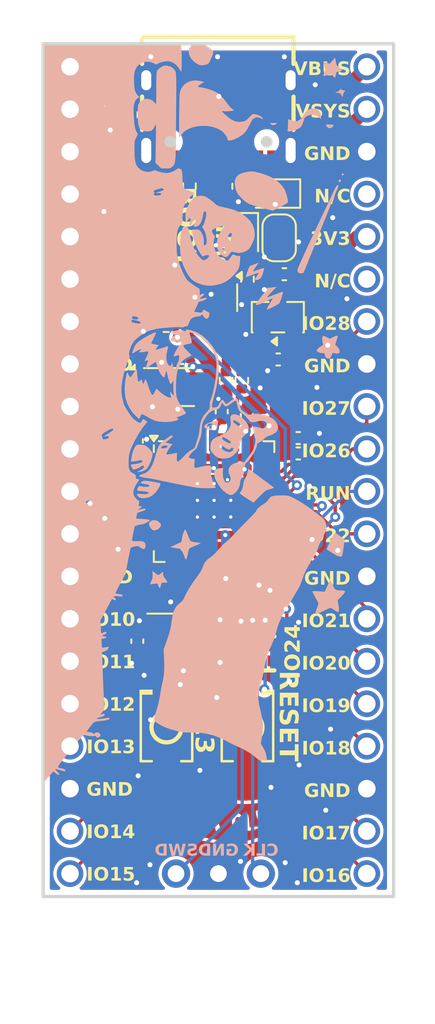
<source format=kicad_pcb>
(kicad_pcb (version 20241229) (generator "pcbnew") (generator_version "9.0")
  (layers (0 "F.Cu" signal) (2 "B.Cu" mixed) (13 "F.Paste" user) (15 "B.Paste" user) (5 "F.SilkS" user "F.Silkscreen") (7 "B.SilkS" user "B.Silkscreen") (1 "F.Mask" user) (3 "B.Mask" user) (25 "Edge.Cuts" user))
  (net 0 "")
  (net 1 "3V3")
  (net 2 "X_IN")
  (net 3 "Net-(C10-Pad1)")
  (net 4 "1V1")
  (net 5 "SPI_CS")
  (net 6 "Net-(R2-Pad1)")
  (net 7 "Net-(R3-Pad1)")
  (net 8 "USB_DP_CLEAN")
  (net 9 "USB_DM_CLEAN")
  (net 10 "Net-(R4-Pad1)")
  (net 11 "Net-(J1-CC1)")
  (net 12 "Net-(J1-CC2)")
  (net 13 "X_OUT")
  (net 14 "SPI_SD0")
  (net 15 "SPI_SD1")
  (net 16 "GPIO27")
  (net 17 "SWD")
  (net 18 "RUN")
  (net 19 "SPI_SD2")
  (net 20 "GPIO0")
  (net 21 "GPIO29")
  (net 22 "SPI_CLK")
  (net 23 "SWCLK")
  (net 24 "GPIO26")
  (net 25 "GPIO28")
  (net 26 "SPI_SD3")
  (net 27 "USB_DP")
  (net 28 "USB_DM")
  (net 29 "VBUS")
  (net 32 "GPIO1")
  (net 33 "VSYS")
  (net 34 "GPIO5")
  (net 35 "GPIO8")
  (net 36 "GPIO3")
  (net 37 "GPIO2")
  (net 38 "GPIO9")
  (net 39 "GPIO7")
  (net 40 "GPIO6")
  (net 41 "GPIO4")
  (net 42 "GPIO22")
  (net 43 "GPIO18")
  (net 44 "GPIO17")
  (net 45 "GPIO20")
  (net 46 "GPIO16")
  (net 47 "GPIO19")
  (net 48 "GPIO21")
  (net 49 "GPIO24")
  (net 50 "GPIO23")
  (net 51 "GPIO25")
  (net 52 "GND")
  (net 53 "GPIO13")
  (net 54 "GPIO11")
  (net 55 "GPIO14")
  (net 56 "GPIO10")
  (net 57 "GPIO12")
  (net 58 "GPIO15")
  (net 59 "Net-(D2-K)")
  (net 60 "Net-(D2-A)")
  (net 63 "Net-(D3-A)")
  (footprint "Diode_SMD:D_SOD-323" (layer "F.Cu") (at 63.79 38.955 180)
    (property "Reference" "D1" (hide yes))
    (property "Value" "1N5819WS")
  )
  (footprint "Capacitor_SMD:C_0402_1005Metric" (layer "F.Cu") (at 65.69 58.75)
    (property "Reference" "C1" (hide yes))
    (property "Value" "100nF")
  )
  (footprint "Capacitor_SMD:C_0402_1005Metric" (layer "F.Cu") (at 55.615 53.75 90)
    (property "Reference" "C6" (hide yes))
    (property "Value" "100nF")
  )
  (footprint "Switches:SW-SMD_L3.9-W3.0-P4.45" (layer "F.Cu") (at 56.34 40.63 -90)
    (property "Reference" "SW1" (hide yes))
    (property "Value" "BTN_BOOT")
  )
  (footprint "Jumper:SolderJumper-2_P1.3mm_Bridged2Bar_RoundedPad1.0x1.5mm" (layer "F.Cu") (at 64.14 41.605 -90)
    (property "Reference" "JP1" (hide yes))
    (property "Value" "PWR_Jumper")
  )
  (footprint "Resistor_SMD:R_0402_1005Metric" (layer "F.Cu") (at 55.275 34.24 90)
    (property "Reference" "R2" (hide yes))
    (property "Value" "1K")
  )
  (footprint "Package_TO_SOT_SMD:SOT-23-3" (layer "F.Cu") (at 64.06 46.35 90)
    (property "Reference" "U5" (hide yes))
    (property "Value" "XC6206PxxxMR")
  )
  (footprint "Capacitor_SMD:C_0402_1005Metric" (layer "F.Cu") (at 65.28 54.5)
    (property "Reference" "C4" (hide yes))
    (property "Value" "100nF")
  )
  (footprint "Resistor_SMD:R_0402_1005Metric" (layer "F.Cu") (at 61.715 38.52 -90)
    (property "Reference" "R5" (hide yes))
    (property "Value" "5K1")
  )
  (footprint "Capacitor_SMD:C_0402_1005Metric" (layer "F.Cu") (at 64.08 48.88 180)
    (property "Reference" "C17" (hide yes))
    (property "Value" "1uF")
  )
  (footprint "Capacitor_SMD:C_0402_1005Metric" (layer "F.Cu") (at 63.12 52.34 90)
    (property "Reference" "C7" (hide yes))
    (property "Value" "1uF")
  )
  (footprint "Resistor_SMD:R_0402_1005Metric" (layer "F.Cu") (at 61.9 50.13 -90)
    (property "Reference" "R4" (hide yes))
    (property "Value" "27R")
  )
  (footprint "USBCConnectors:USB-C-SMD_TYPE-C-6PIN-2MD-073" (layer "F.Cu") (at 60.5 34.555 180)
    (property "Reference" "J1" (hide yes))
    (property "Value" "USB_C_Receptacle_USB2.0_16P")
    (fp_poly (pts (xy 3.237006 -1.350684) (xy 3.213358 -1.438939) (xy 3.167674 -1.518067) (xy 3.103067 -1.582674) (xy 3.023939 -1.628358) (xy 2.935684 -1.652006) (xy 2.844316 -1.652006) (xy 2.756061 -1.628358) (xy 2.676933 -1.582674) (xy 2.612326 -1.518067) (xy 2.566642 -1.438939) (xy 2.542994 -1.350684) (xy 2.542994 -1.259316) (xy 2.566642 -1.171061) (xy 2.612326 -1.091933) (xy 2.676933 -1.027326) (xy 2.756061 -0.981642) (xy 2.844316 -0.957994) (xy 2.935684 -0.957994) (xy 3.023939 -0.981642) (xy 3.103067 -1.027326) (xy 3.167674 -1.091933) (xy 3.213358 -1.171061) (xy 3.237006 -1.259316)) (fill yes) (layer "Edge.Cuts"))
    (fp_poly (pts (xy -2.542994 -1.350684) (xy -2.566642 -1.438939) (xy -2.612326 -1.518067) (xy -2.676933 -1.582674) (xy -2.756061 -1.628358) (xy -2.844316 -1.652006) (xy -2.935684 -1.652006) (xy -3.023939 -1.628358) (xy -3.103067 -1.582674) (xy -3.167674 -1.518067) (xy -3.213358 -1.438939) (xy -3.237006 -1.350684) (xy -3.237006 -1.259316) (xy -3.213358 -1.171061) (xy -3.167674 -1.091933) (xy -3.103067 -1.027326) (xy -3.023939 -0.981642) (xy -2.935684 -0.957994) (xy -2.844316 -0.957994) (xy -2.756061 -0.981642) (xy -2.676933 -1.027326) (xy -2.612326 -1.091933) (xy -2.566642 -1.171061) (xy -2.542994 -1.259316)) (fill yes) (layer "Edge.Cuts"))
  )
  (footprint "Capacitor_SMD:C_0402_1005Metric" (layer "F.Cu") (at 65.28 53.58)
    (property "Reference" "C2" (hide yes))
    (property "Value" "100nF")
  )
  (footprint "Resistor_SMD:R_0402_1005Metric" (layer "F.Cu") (at 63.44 63.33)
    (property "Reference" "R10" (hide yes))
    (property "Value" "1K")
  )
  (footprint "Resistor_SMD:R_0402_1005Metric" (layer "F.Cu") (at 59.465 63.08 90)
    (property "Reference" "R7" (hide yes))
    (property "Value" "1K")
  )
  (footprint "Capacitor_SMD:C_0402_1005Metric" (layer "F.Cu") (at 60.84 65.73 -90)
    (property "Reference" "C10" (hide yes))
    (property "Value" "15pF")
  )
  (footprint "Switches:SW-SMD_L3.9-W3.0-P4.45" (layer "F.Cu") (at 57.39 70.88 90)
    (property "Reference" "SW3" (hide yes))
    (property "Value" "BTN_USR")
  )
  (footprint "LED_SMD:LED_0603_1608Metric" (layer "F.Cu") (at 56.8775 45.63 180)
    (property "Reference" "D3" (hide yes))
    (property "Value" "LED_USR")
  )
  (footprint "Headers:OrphPicoHeaders" (layer "F.Cu") (at 69.39 31.37)
    (property "Reference" "H2" (hide yes))
    (property "Value" "H2")
  )
  (footprint "Capacitor_SMD:C_0402_1005Metric" (layer "F.Cu") (at 64.45 43.78 180)
    (property "Reference" "C18" (hide yes))
    (property "Value" "1uF")
  )
  (footprint "Resistor_SMD:R_0402_1005Metric" (layer "F.Cu") (at 57.365 46.855 180)
    (property "Reference" "R9" (hide yes))
    (property "Value" "1k")
  )
  (footprint "Capacitor_SMD:C_0402_1005Metric" (layer "F.Cu") (at 58.3 48.79 180)
    (property "Reference" "C8" (hide yes))
    (property "Value" "100nF")
  )
  (footprint "Switches:SW-SMD_L3.9-W3.0-P4.45" (layer "F.Cu") (at 62.24 70.88 90)
    (property "Reference" "SW2" (hide yes))
    (property "Value" "BTN_RST")
  )
  (footprint "Headers:OrphPicoHeaders" (layer "F.Cu") (at 51.61 31.37)
    (property "Reference" "H1" (hide yes))
    (property "Value" "H1")
  )
  (footprint "LEDs:LED-SMD_4P-L1.6-W1.5_XL-1615RGBC-WS2812B" (layer "F.Cu") (at 63.09 66.46)
    (property "Reference" "D4" (hide yes))
    (property "Value" "LED_RGB")
  )
  (footprint "Resistor_SMD:R_0402_1005Metric" (layer "F.Cu") (at 60.955 50.13 -90)
    (property "Reference" "R3" (hide yes))
    (property "Value" "27R")
  )
  (footprint "Package_TO_SOT_SMD:SOT-23-6" (layer "F.Cu") (at 60.065 45.18 -90)
    (property "Reference" "U3" (hide yes))
    (property "Value" "USBLC6-2SC6")
  )
  (footprint "LED_SMD:LED_0603_1608Metric" (layer "F.Cu") (at 62.14 41.605 -90)
    (property "Reference" "D2" (hide yes))
    (property "Value" "LED_PWR")
  )
  (footprint "Package_SON:Winbond_USON-8-1EP_3x2mm_P0.5mm_EP0.2x1.6mm" (layer "F.Cu") (at 57.54 50.53)
    (property "Reference" "U2" (hide yes))
    (property "Value" "W25Q16JVUXIQ")
  )
  (footprint "Resistor_SMD:R_0402_1005Metric" (layer "F.Cu") (at 58.765 38.505 -90)
    (property "Reference" "R6" (hide yes))
    (property "Value" "5K1")
  )
  (footprint "Resistor_SMD:R_0402_1005Metric" (layer "F.Cu") (at 62.24 44.08 90)
    (property "Reference" "R8" (hide yes))
    (property "Value" "1k")
  )
  (footprint "Capacitor_SMD:C_0402_1005Metric" (layer "F.Cu") (at 55.64 65.73 -90)
    (property "Reference" "C9" (hide yes))
    (property "Value" "15pF")
  )
  (footprint "Capacitor_SMD:C_0402_1005Metric" (layer "F.Cu") (at 54.79 58.53 180)
    (property "Reference" "C3" (hide yes))
    (property "Value" "100nF")
  )
  (footprint "Package_DFN_QFN:QFN-56-1EP_7x7mm_P0.4mm_EP3.2x3.2mm" (layer "F.Cu") (at 60.24 57.38)
    (property "Reference" "U1" (hide yes))
    (property "Value" "RP2040")
  )
  (footprint "Connector_PinHeader_2.54mm:PinHeader_1x03_P2.54mm_Vertical" (layer "F.Cu") (at 57.96 79.63 90)
    (property "Reference" "J2" (hide yes))
    (property "Value" "SWD")
  )
  (footprint "Capacitor_SMD:C_0402_1005Metric" (layer "F.Cu") (at 61.315 63.03 -90)
    (property "Reference" "C14" (hide yes))
    (property "Value" "100nF")
  )
  (footprint "Capacitor_SMD:C_0402_1005Metric" (layer "F.Cu") (at 62.2 52.25 90)
    (property "Reference" "C11" (hide yes))
    (property "Value" "1uF")
  )
  (footprint "Crystal:Crystal_SMD_3225-4Pin_3.2x2.5mm" (layer "F.Cu") (at 58.24 65.73 180)
    (property "Reference" "X1" (hide yes))
    (property "Value" "X322512MOB4SI 12pF")
  )
  (footprint "Capacitor_SMD:C_0402_1005Metric" (layer "F.Cu") (at 60.39 63.03 -90)
    (property "Reference" "C5" (hide yes))
    (property "Value" "100nF")
  )
  (footprint "Capacitor_SMD:C_0402_1005Metric" (layer "F.Cu") (at 60.7 52 90)
    (property "Reference" "C13" (hide yes))
    (property "Value" "100nF")
  )
  (footprint "LOGO" (layer "B.Cu") (at 60.5 55.5 90)
    (property "Reference" "G***" (hide yes))
    (property "Value" "LOGO" (hide yes))
  )
  (footprint "LOGO" (layer "B.Cu") (at 60.5 55.5 90)
    (property "Reference" "G***" (hide yes))
    (property "Value" "LOGO" (hide yes))
  )
  (gr_poly (pts (xy 57.404249 74.286706) (xy 57.457838 74.28772) (xy 57.690494 74.30241) (xy 57.946315 74.333806) (xy 58.083055 74.356546) (xy 58.225759 74.384389) (xy 58.374485 74.417646) (xy 58.529291 74.456626) (xy 58.690232 74.501644) (xy 58.857368 74.553003) (xy 59.030759 74.611015) (xy 59.210459 74.675988) (xy 59.396527 74.748234) (xy 59.589022 74.828061) (xy 59.788 74.915776) (xy 59.993516 75.011695) (xy 60.218926 75.112561) (xy 60.444086 75.199419) (xy 60.668621 75.272931) (xy 60.892178 75.333748) (xy 61.114379 75.382527) (xy 61.334859 75.419926) (xy 61.55325 75.446596) (xy 61.769184 75.4632) (xy 61.982294 75.470388) (xy 62.192211 75.468819) (xy 62.398568 75.459144) (xy 62.600996 75.442024) (xy 62.799125 75.418114) (xy 62.992593 75.388069) (xy 63.181028 75.352542) (xy 63.364064 75.312193) (xy 63.712463 75.219646) (xy 64.034849 75.115675) (xy 64.328276 75.005524) (xy 64.589805 74.89444) (xy 64.816491 74.787672) (xy 65.005394 74.690461) (xy 65.258067 74.545708) (xy 65.259453 74.544969) (xy 65.260892 74.544412) (xy 65.262369 74.544034) (xy 65.263883 74.543823) (xy 65.26542 74.543773) (xy 65.266977 74.543877) (xy 65.268545 74.544126) (xy 65.270118 74.544513) (xy 65.271686 74.54503) (xy 65.273243 74.545669) (xy 65.274777 74.546422) (xy 65.276288 74.547283) (xy 65.277761 74.548242) (xy 65.279193 74.54929) (xy 65.280575 74.550427) (xy 65.281898 74.551636) (xy 65.283158 74.552913) (xy 65.284341 74.554252) (xy 65.285447 74.555638) (xy 65.286462 74.557074) (xy 65.287382 74.558545) (xy 65.288198 74.560047) (xy 65.288903 74.561568) (xy 65.289488 74.563102) (xy 65.289948 74.564644) (xy 65.290272 74.56618) (xy 65.290457 74.56771) (xy 65.290488 74.569224) (xy 65.290364 74.57071) (xy 65.290076 74.572162) (xy 65.289614 74.573577) (xy 65.288972 74.574937) (xy 64.851077 75.4273) (xy 64.850478 75.428575) (xy 64.849971 75.429859) (xy 64.849559 75.431152) (xy 64.849233 75.432447) (xy 64.848996 75.433743) (xy 64.848846 75.435034) (xy 64.848777 75.43632) (xy 64.848792 75.437596) (xy 64.84889 75.438858) (xy 64.849062 75.440104) (xy 64.84931 75.441331) (xy 64.849634 75.442534) (xy 64.85003 75.443716) (xy 64.850495 75.444864) (xy 64.851029 75.445981) (xy 64.851632 75.447063) (xy 64.852296 75.448107) (xy 64.853025 75.449104) (xy 64.853814 75.450061) (xy 64.854662 75.450969) (xy 64.855566 75.451822) (xy 64.856525 75.452622) (xy 64.857539 75.453364) (xy 64.858602 75.454045) (xy 64.859714 75.45466) (xy 64.860875 75.455209) (xy 64.862078 75.455685) (xy 64.863329 75.456087) (xy 64.864619 75.456411) (xy 64.865948 75.456654) (xy 64.867314 75.456813) (xy 64.868718 75.456885) (xy 65.222483 75.459637) (xy 65.503452 75.459607) (xy 65.824352 75.457168) (xy 65.826048 75.457198) (xy 65.827697 75.457348) (xy 65.829293 75.457612) (xy 65.830835 75.457987) (xy 65.83232 75.458466) (xy 65.833742 75.459045) (xy 65.835102 75.459714) (xy 65.836397 75.460471) (xy 65.837619 75.461313) (xy 65.838771 75.462228) (xy 65.839848 75.463216) (xy 65.840846 75.464266) (xy 65.841764 75.465378) (xy 65.842596 75.466543) (xy 65.843342 75.46776) (xy 65.843999 75.469017) (xy 65.844563 75.470314) (xy 65.845028 75.47164) (xy 65.845397 75.472995) (xy 65.845664 75.47437) (xy 65.845826 75.475761) (xy 65.845878 75.47716) (xy 65.845824 75.478567) (xy 65.845653 75.479968) (xy 65.845367 75.481366) (xy 65.844962 75.482752) (xy 65.844434 75.484119) (xy 65.843781 75.485463) (xy 65.842998 75.486777) (xy 65.842086 75.488056) (xy 65.841041 75.489297) (xy 65.839857 75.490492) (xy 65.647466 75.666525) (xy 65.311983 75.95527) (xy 64.859916 76.314752) (xy 64.598445 76.507906) (xy 64.31777 76.703002) (xy 64.021202 76.894796) (xy 63.712053 77.078039) (xy 63.393639 77.24749) (xy 63.069276 77.397893) (xy 62.742272 77.52401) (xy 62.578814 77.57632) (xy 62.415941 77.620589) (xy 62.254064 77.656162) (xy 62.093598 77.682383) (xy 61.934958 77.698597) (xy 61.778558 77.704148) (xy 61.453206 77.699386) (xy 61.145579 77.685616) (xy 60.854222 77.66359) (xy 60.577683 77.634073) (xy 60.314506 77.597821) (xy 60.063233 77.555596) (xy 59.822413 77.508154) (xy 59.590589 77.456258) (xy 59.366306 77.40067) (xy 59.14811 77.342146) (xy 58.724164 77.219326) (xy 58.307111 77.093882) (xy 57.885311 76.971889) (xy 57.726328 76.929089) (xy 59.719838 76.929089) (xy 59.720824 76.941403) (xy 59.723111 76.952866) (xy 59.726653 76.963417) (xy 59.731396 76.972996) (xy 59.737298 76.981541) (xy 59.744309 76.98899) (xy 59.752384 76.995283) (xy 59.761474 77.000359) (xy 59.77153 77.004154) (xy 59.782504 77.006609) (xy 59.794352 77.007659) (xy 59.807027 77.007247) (xy 59.820476 77.005309) (xy 59.834656 77.001784) (xy 59.849516 76.996612) (xy 59.865011 76.98973) (xy 59.881094 76.981078) (xy 59.897714 76.970591) (xy 59.914826 76.958212) (xy 59.932384 76.943876) (xy 59.950336 76.927525) (xy 59.96864 76.909096) (xy 59.987242 76.888526) (xy 60.006098 76.865756) (xy 60.025163 76.840721) (xy 60.044384 76.813366) (xy 60.053774 76.799098) (xy 60.063194 76.782709) (xy 60.072559 76.764616) (xy 60.081776 76.745239) (xy 60.090764 76.724999) (xy 60.099428 76.704316) (xy 60.115448 76.6633) (xy 60.12913 76.625548) (xy 60.139774 76.594423) (xy 60.149132 76.565491) (xy 60.238624 76.554803) (xy 60.279971 76.745293) (xy 60.312196 76.907341) (xy 60.325517 76.982879) (xy 60.33482 77.046311) (xy 60.337291 77.059465) (xy 60.341036 77.072201) (xy 60.34597 77.084471) (xy 60.352003 77.096215) (xy 60.359045 77.107382) (xy 60.36701 77.117915) (xy 60.375812 77.127761) (xy 60.385363 77.136863) (xy 60.39557 77.14517) (xy 60.406346 77.152622) (xy 60.417608 77.15917) (xy 60.429266 77.164756) (xy 60.441227 77.169323) (xy 60.45341 77.172824) (xy 60.465722 77.175197) (xy 60.478078 77.17639) (xy 60.490387 77.176349) (xy 60.502559 77.175019) (xy 60.514514 77.172343) (xy 60.52616 77.16827) (xy 60.537407 77.162741) (xy 60.548168 77.155705) (xy 60.558359 77.147107) (xy 60.567885 77.136889) (xy 60.576662 77.125) (xy 60.5846 77.111383) (xy 60.591614 77.095984) (xy 60.597614 77.078752) (xy 60.602511 77.059624) (xy 60.606219 77.038553) (xy 60.608648 77.015482) (xy 60.609713 76.990354) (xy 60.605192 76.952878) (xy 60.598331 76.912225) (xy 60.589067 76.868386) (xy 60.577341 76.821346) (xy 60.563099 76.771087) (xy 60.546278 76.717601) (xy 60.526818 76.660876) (xy 60.504665 76.600894) (xy 60.498596 76.584484) (xy 61.3098 76.584484) (xy 61.31027 76.633237) (xy 61.311944 76.66991) (xy 61.314498 76.705576) (xy 61.317926 76.740217) (xy 61.322216 76.773814) (xy 61.327367 76.806344) (xy 61.333373 76.837789) (xy 61.340228 76.868134) (xy 61.34792 76.897354) (xy 61.356446 76.925435) (xy 61.365803 76.952354) (xy 61.375979 76.978096) (xy 61.386971 77.002636) (xy 61.398771 77.025959) (xy 61.411374 77.048045) (xy 61.424771 77.068876) (xy 61.438962 77.08843) (xy 61.453932 77.106689) (xy 61.469682 77.123633) (xy 61.4862 77.139247) (xy 61.503482 77.153507) (xy 61.521524 77.166397) (xy 61.540316 77.177896) (xy 61.559852 77.187985) (xy 61.580126 77.196643) (xy 61.601133 77.203855) (xy 61.622865 77.2096) (xy 61.645317 77.213857) (xy 61.668483 77.216608) (xy 61.692353 77.217836) (xy 61.716926 77.21752) (xy 61.742192 77.215642) (xy 61.768145 77.212178) (xy 61.793435 77.207476) (xy 61.816766 77.20192) (xy 61.83821 77.195576) (xy 61.857833 77.188505) (xy 61.875713 77.180776) (xy 61.891914 77.172454) (xy 61.906511 77.163596) (xy 61.919571 77.154272) (xy 61.931168 77.144548) (xy 61.941372 77.134481) (xy 61.950255 77.124142) (xy 61.957886 77.113594) (xy 61.964336 77.102899) (xy 61.969676 77.092124) (xy 61.973976 77.081333) (xy 61.977308 77.070589) (xy 61.979744 77.059958) (xy 61.981352 77.049502) (xy 61.982204 77.03929) (xy 61.98237 77.029381) (xy 61.981925 77.019839) (xy 61.980933 77.010736) (xy 61.979471 77.002126) (xy 61.977608 76.994081) (xy 61.975412 76.986664) (xy 61.972958 76.979938) (xy 61.97031 76.973966) (xy 61.967546 76.968814) (xy 61.964735 76.964548) (xy 61.961945 76.96123) (xy 61.959251 76.958924) (xy 61.95672 76.957696) (xy 61.952996 76.956529) (xy 61.949451 76.95505) (xy 61.942166 76.951655) (xy 61.938057 76.949992) (xy 61.933397 76.94852) (xy 61.927997 76.947364) (xy 61.921674 76.946651) (xy 61.914245 76.946506) (xy 61.90553 76.947055) (xy 61.895337 76.94842) (xy 61.883492 76.950733) (xy 61.869806 76.95412) (xy 61.854095 76.958701) (xy 61.836179 76.964605) (xy 61.815872 76.971958) (xy 61.805168 76.975735) (xy 61.794629 76.97896) (xy 61.784253 76.981621) (xy 61.774035 76.983715) (xy 61.763972 76.985236) (xy 61.754064 76.986179) (xy 61.744308 76.986538) (xy 61.734698 76.986305) (xy 61.725236 76.985477) (xy 61.715915 76.984048) (xy 61.706735 76.982011) (xy 61.697693 76.97936) (xy 61.688786 76.976092) (xy 61.680011 76.972198) (xy 61.671368 76.967674) (xy 61.662849 76.962514) (xy 61.654457 76.956709) (xy 61.646187 76.95026) (xy 61.638035 76.943156) (xy 61.630002 76.935394) (xy 61.622081 76.926964) (xy 61.614272 76.917866) (xy 61.606571 76.908089) (xy 61.598976 76.897633) (xy 61.591485 76.886485) (xy 61.584098 76.874645) (xy 61.569609 76.848862) (xy 61.555494 76.820234) (xy 61.54173 76.788718) (xy 61.533027 76.765123) (xy 61.524971 76.739213) (xy 61.517693 76.7113) (xy 61.511327 76.681702) (xy 61.506006 76.650727) (xy 61.501863 76.618693) (xy 61.49903 76.585912) (xy 61.497639 76.552699) (xy 61.497825 76.519367) (xy 61.499718 76.486231) (xy 61.503452 76.453606) (xy 61.509161 76.421803) (xy 61.516971 76.391135) (xy 61.527026 76.361921) (xy 61.532934 76.347958) (xy 61.539452 76.334474) (xy 61.546595 76.32151) (xy 61.55438 76.309105) (xy 61.556799 76.305592) (xy 61.559205 76.302233) (xy 61.561604 76.299025) (xy 61.563984 76.295962) (xy 61.568702 76.290259) (xy 61.57334 76.28509) (xy 61.577888 76.28042) (xy 61.582332 76.276216) (xy 61.586652 76.272448) (xy 61.590836 76.269076) (xy 61.594874 76.26607) (xy 61.598744 76.263397) (xy 61.602434 76.261021) (xy 61.605929 76.25891) (xy 61.61228 76.255348) (xy 61.617674 76.252438) (xy 61.622522 76.249679) (xy 61.62737 76.247272) (xy 61.632212 76.245199) (xy 61.637031 76.243448) (xy 61.64183 76.241999) (xy 61.646591 76.240838) (xy 61.65131 76.23995) (xy 61.655978 76.239319) (xy 61.660589 76.238926) (xy 61.665134 76.238758) (xy 61.669601 76.238798) (xy 61.673987 76.239032) (xy 61.67828 76.23944) (xy 61.682472 76.24001) (xy 61.686558 76.240724) (xy 61.690526 76.241567) (xy 61.69437 76.242523) (xy 61.69808 76.243576) (xy 61.705068 76.24591) (xy 61.711424 76.248437) (xy 61.717083 76.251034) (xy 61.721979 76.253572) (xy 61.726046 76.255924) (xy 61.729214 76.257964) (xy 61.731422 76.259563) (xy 61.744661 76.268753) (xy 61.757225 76.276691) (xy 61.769118 76.28342) (xy 61.780347 76.288984) (xy 61.790924 76.293418) (xy 61.800848 76.296773) (xy 61.810131 76.299091) (xy 61.818777 76.300414) (xy 61.826798 76.300781) (xy 61.83419 76.300241) (xy 61.84097 76.298831) (xy 61.847139 76.296601) (xy 61.852707 76.293587) (xy 61.857678 76.289836) (xy 61.86206 76.28539) (xy 61.865859 76.28029) (xy 61.869083 76.274582) (xy 61.871738 76.268308) (xy 61.873829 76.261508) (xy 61.875363 76.254227) (xy 61.876352 76.24651) (xy 61.876793 76.238396) (xy 61.8767 76.229932) (xy 61.876077 76.221158) (xy 61.874934 76.212118) (xy 61.873274 76.202854) (xy 61.871102 76.19341) (xy 61.868429 76.183828) (xy 61.865261 76.174151) (xy 61.861604 76.164422) (xy 61.857462 76.154686) (xy 61.852844 76.144984) (xy 61.841943 76.130179) (xy 61.830797 76.116238) (xy 61.820796 76.104768) (xy 62.084253 76.104768) (xy 62.08506 76.134123) (xy 62.086881 76.165577) (xy 62.09312 76.233817) (xy 62.102064 76.307519) (xy 62.112806 76.384715) (xy 62.13605 76.541716) (xy 62.146742 76.617592) (xy 62.155604 76.689088) (xy 62.176613 76.887442) (xy 62.18073 76.922566) (xy 62.185286 76.956389) (xy 62.190728 76.991158) (xy 62.1975 77.029114) (xy 62.200898 77.038411) (xy 62.207177 77.046206) (xy 62.216141 77.052577) (xy 62.227598 77.057602) (xy 62.241354 77.061356) (xy 62.257214 77.063921) (xy 62.27499 77.065372) (xy 62.294483 77.065789) (xy 62.337854 77.063825) (xy 62.385777 77.058652) (xy 62.436713 77.050891) (xy 62.489111 77.041168) (xy 62.592105 77.018309) (xy 62.682387 76.995059) (xy 62.747582 76.976392) (xy 62.775318 76.967281) (xy 62.778302 76.965814) (xy 62.78231 76.964294) (xy 62.792871 76.96073) (xy 62.799164 76.958503) (xy 62.805954 76.955861) (xy 62.813112 76.952714) (xy 62.820509 76.948966) (xy 62.828007 76.944529) (xy 62.831757 76.942025) (xy 62.835483 76.939313) (xy 62.839172 76.936384) (xy 62.842803 76.933226) (xy 62.846364 76.929827) (xy 62.849835 76.926178) (xy 62.853204 76.922264) (xy 62.856452 76.918078) (xy 62.85956 76.913602) (xy 62.862515 76.908832) (xy 62.8653 76.903753) (xy 62.8679 76.898353) (xy 62.870294 76.892623) (xy 62.872472 76.886549) (xy 62.874593 76.880558) (xy 62.875889 76.87478) (xy 62.876396 76.869218) (xy 62.876147 76.863875) (xy 62.875184 76.858756) (xy 62.873544 76.85386) (xy 62.87126 76.849192) (xy 62.868375 76.844753) (xy 62.864922 76.840549) (xy 62.860938 76.836577) (xy 62.856462 76.832846) (xy 62.851529 76.829354) (xy 62.846177 76.826108) (xy 62.840444 76.82311) (xy 62.827977 76.81786) (xy 62.814431 76.813625) (xy 62.800097 76.810438) (xy 62.785272 76.808311) (xy 62.770256 76.807268) (xy 62.75534 76.807333) (xy 62.740826 76.808525) (xy 62.727006 76.810868) (xy 62.71418 76.814384) (xy 62.682225 76.823669) (xy 62.638305 76.834633) (xy 62.58692 76.84577) (xy 62.532576 76.855583) (xy 62.505699 76.859527) (xy 62.479772 76.862578) (xy 62.455355 76.864546) (xy 62.433009 76.865248) (xy 62.413304 76.864492) (xy 62.404614 76.863509) (xy 62.396795 76.862095) (xy 62.389916 76.860223) (xy 62.384049 76.857869) (xy 62.379264 76.85501) (xy 62.375628 76.851622) (xy 62.370108 76.839998) (xy 62.365553 76.820288) (xy 62.361764 76.793347) (xy 62.358546 76.760032) (xy 62.347454 76.580162) (xy 62.340224 76.474247) (xy 62.329778 76.366817) (xy 62.322857 76.314676) (xy 62.314542 76.26472) (xy 62.304638 76.217813) (xy 62.292947 76.174808) (xy 62.290484 76.160311) (xy 62.287896 76.146382) (xy 62.285187 76.13302) (xy 62.282363 76.120219) (xy 62.279429 76.107966) (xy 62.27639 76.096258) (xy 62.273249 76.085083) (xy 62.270012 76.074438) (xy 62.266683 76.064311) (xy 62.263271 76.054696) (xy 62.259774 76.045584) (xy 62.256203 76.036968) (xy 62.252561 76.028842) (xy 62.24885 76.021195) (xy 62.24508 76.014021) (xy 62.241251 76.007311) (xy 62.237372 76.001058) (xy 62.233442 75.995256) (xy 62.229473 75.989895) (xy 62.225466 75.984967) (xy 62.221425 75.980464) (xy 62.217357 75.97638) (xy 62.213267 75.972706) (xy 62.209158 75.969433) (xy 62.205038 75.966558) (xy 62.200907 75.964066) (xy 62.196774 75.961954) (xy 62.192642 75.960214) (xy 62.188518 75.958839) (xy 62.184402 75.957814) (xy 62.180304 75.957142) (xy 62.176229 75.956806) (xy 62.176188 75.956862) (xy 62.171598 75.956856) (xy 62.167046 75.957262) (xy 62.16254 75.958072) (xy 62.158092 75.959271) (xy 62.153702 75.960849) (xy 62.149379 75.962794) (xy 62.145134 75.965098) (xy 62.140968 75.967746) (xy 62.136894 75.970726) (xy 62.132916 75.974026) (xy 62.125275 75.981549) (xy 62.11811 75.990216) (xy 62.111471 75.999945) (xy 62.10542 76.010635) (xy 62.100011 76.0222) (xy 62.095301 76.034545) (xy 62.09135 76.047579) (xy 62.08821 76.061211) (xy 62.085944 76.075347) (xy 62.084607 76.089897) (xy 62.084253 76.104768) (xy 61.820796 76.104768) (xy 61.819406 76.103173) (xy 61.807778 76.090992) (xy 61.795911 76.079712) (xy 61.783812 76.069336) (xy 61.771481 76.059883) (xy 61.758923 76.051357) (xy 61.746137 76.043773) (xy 61.733135 76.03714) (xy 61.719914 76.031469) (xy 61.706477 76.026771) (xy 61.692827 76.023058) (xy 61.678967 76.02034) (xy 61.664904 76.018629) (xy 61.650638 76.017933) (xy 61.650663 76.017663) (xy 61.639428 76.017838) (xy 61.628072 76.018639) (xy 61.6166 76.020069) (xy 61.605011 76.022134) (xy 61.593305 76.02484) (xy 61.581488 76.028194) (xy 61.569555 76.032201) (xy 61.557513 76.036864) (xy 61.545362 76.042192) (xy 61.533099 76.048191) (xy 61.520732 76.054864) (xy 61.508261 76.062219) (xy 61.495683 76.07026) (xy 61.483004 76.078996) (xy 61.470222 76.08843) (xy 61.457342 76.098568) (xy 61.440071 76.117066) (xy 61.423665 76.137496) (xy 61.408172 76.159872) (xy 61.393635 76.184201) (xy 61.380099 76.210508) (xy 61.367612 76.238794) (xy 61.356215 76.26907) (xy 61.345956 76.301356) (xy 61.33688 76.335658) (xy 61.329032 76.371986) (xy 61.322459 76.410358) (xy 61.317203 76.450781) (xy 61.313312 76.493269) (xy 61.310828 76.537834) (xy 61.3098 76.584484) (xy 60.498596 76.584484) (xy 60.497642 76.581904) (xy 60.489604 76.562101) (xy 60.47921 76.538924) (xy 60.473287 76.52689) (xy 60.466958 76.514995) (xy 60.460291 76.503568) (xy 60.453344 76.492937) (xy 60.44618 76.483429) (xy 60.442538 76.479199) (xy 60.438863 76.475374) (xy 60.435166 76.47199) (xy 60.431453 76.469093) (xy 60.427733 76.466725) (xy 60.424013 76.464923) (xy 60.468368 76.419544) (xy 60.514388 76.370735) (xy 60.567947 76.311562) (xy 60.622763 76.247302) (xy 60.648681 76.214914) (xy 60.67256 76.183235) (xy 60.693615 76.15293) (xy 60.711063 76.12465) (xy 60.724118 76.099057) (xy 60.728754 76.087477) (xy 60.731996 76.076815) (xy 60.736307 76.055992) (xy 60.738626 76.036312) (xy 60.73883 76.018114) (xy 60.738092 76.009675) (xy 60.736778 76.001736) (xy 60.73487 75.994333) (xy 60.732348 75.987513) (xy 60.729197 75.981313) (xy 60.725403 75.975778) (xy 60.720948 75.970954) (xy 60.715815 75.966876) (xy 60.709991 75.963592) (xy 60.703454 75.96114) (xy 60.696192 75.959565) (xy 60.688188 75.958906) (xy 60.679424 75.959209) (xy 60.669884 75.960516) (xy 60.659555 75.962866) (xy 60.648416 75.966301) (xy 60.63645 75.970867) (xy 60.623648 75.976602) (xy 60.609986 75.98355) (xy 60.595449 75.991756) (xy 60.580025 76.001254) (xy 60.563694 76.012095) (xy 60.54644 76.024318) (xy 60.528246 76.037962) (xy 60.509096 76.05307) (xy 60.488981 76.06969) (xy 60.468934 76.086718) (xy 60.449996 76.103017) (xy 60.432134 76.118602) (xy 60.415319 76.133482) (xy 60.399518 76.147674) (xy 60.384701 76.161187) (xy 60.370838 76.17403) (xy 60.357898 76.186223) (xy 60.345848 76.197776) (xy 60.33466 76.208698) (xy 60.324299 76.219004) (xy 60.314738 76.228706) (xy 60.305945 76.237811) (xy 60.297887 76.246342) (xy 60.290537 76.254302) (xy 60.283861 76.261705) (xy 60.272411 76.274896) (xy 60.263288 76.286008) (xy 60.256247 76.295146) (xy 60.251042 76.3024) (xy 60.247424 76.30787) (xy 60.245147 76.311658) (xy 60.24362 76.314569) (xy 60.251701 76.275268) (xy 60.259874 76.231247) (xy 60.269089 76.175519) (xy 60.27806 76.111492) (xy 60.285508 76.042561) (xy 60.288257 76.007323) (xy 60.290144 75.972136) (xy 60.290684 75.950344) (xy 62.736651 75.950344) (xy 62.736711 75.960135) (xy 62.73746 75.970198) (xy 62.742911 76.010938) (xy 62.750762 76.05352) (xy 62.761578 76.100904) (xy 62.775938 76.156036) (xy 62.817537 76.301356) (xy 62.880113 76.513093) (xy 62.890341 76.54217) (xy 62.901603 76.569182) (xy 62.913815 76.59421) (xy 62.926898 76.61732) (xy 62.940765 76.63859) (xy 62.955341 76.65809) (xy 62.970536 76.675895) (xy 62.986274 76.69208) (xy 63.002468 76.706716) (xy 63.019037 76.719875) (xy 63.035901 76.731632) (xy 63.052977 76.742062) (xy 63.070182 76.751234) (xy 63.087434 76.759225) (xy 63.104651 76.766105) (xy 63.121752 76.771954) (xy 63.138651 76.776838) (xy 63.15527 76.780831) (xy 63.187335 76.786447) (xy 63.217289 76.789384) (xy 63.244472 76.790228) (xy 63.268224 76.789568) (xy 63.287894 76.787989) (xy 63.312351 76.78442) (xy 63.324761 76.781098) (xy 63.336558 76.777213) (xy 63.34776 76.772789) (xy 63.358383 76.767853) (xy 63.368451 76.762421) (xy 63.377982 76.756525) (xy 63.386996 76.75018) (xy 63.39551 76.743415) (xy 63.403547 76.736251) (xy 63.411125 76.728712) (xy 63.418263 76.720819) (xy 63.424982 76.712597) (xy 63.43724 76.695265) (xy 63.448058 76.676894) (xy 63.457587 76.657676) (xy 63.465989 76.637795) (xy 63.47342 76.617439) (xy 63.480038 76.596796) (xy 63.491451 76.555382) (xy 63.501492 76.515052) (xy 63.505677 76.492171) (xy 63.50807 76.465081) (xy 63.508791 76.434245) (xy 63.507962 76.400135) (xy 63.505707 76.36321) (xy 63.502151 76.323935) (xy 63.491624 76.240198) (xy 63.47736 76.152643) (xy 63.460349 76.064982) (xy 63.441572 75.980935) (xy 63.422012 75.904221) (xy 63.415133 75.88657) (xy 63.407771 75.869922) (xy 63.399972 75.854293) (xy 63.39179 75.839704) (xy 63.383271 75.826174) (xy 63.378902 75.819814) (xy 63.374463 75.813724) (xy 63.369966 75.80791) (xy 63.365415 75.802372) (xy 63.360818 75.797116) (xy 63.356178 75.792141) (xy 63.351501 75.78745) (xy 63.346796 75.783046) (xy 63.342068 75.778932) (xy 63.337322 75.775111) (xy 63.332565 75.771583) (xy 63.327801 75.768354) (xy 63.32304 75.765423) (xy 63.318285 75.762795) (xy 63.313545 75.760468) (xy 63.308823 75.758452) (xy 63.304125 75.756742) (xy 63.299462 75.755344) (xy 63.294834 75.754264) (xy 63.29025 75.753499) (xy 63.285714 75.753052) (xy 63.281237 75.752928) (xy 63.281244 75.75331) (xy 63.274401 75.753738) (xy 63.267734 75.75496) (xy 63.261261 75.756988) (xy 63.255009 75.759826) (xy 63.248997 75.763488) (xy 63.243248 75.76798) (xy 63.237786 75.77331) (xy 63.232634 75.779491) (xy 63.227816 75.786526) (xy 63.22335 75.794434) (xy 63.219264 75.803217) (xy 63.215577 75.812883) (xy 63.212313 75.823444) (xy 63.209498 75.83491) (xy 63.207149 75.84729) (xy 63.205292 75.86059) (xy 63.205361 75.870142) (xy 63.206015 75.880132) (xy 63.207213 75.89056) (xy 63.208907 75.901431) (xy 63.213611 75.924516) (xy 63.219776 75.949419) (xy 63.235058 76.004778) (xy 63.243465 76.035292) (xy 63.25191 76.067734) (xy 63.263744 76.139338) (xy 63.274994 76.21307) (xy 63.28457 76.286774) (xy 63.28839 76.322935) (xy 63.29138 76.358275) (xy 63.293411 76.39252) (xy 63.294338 76.425398) (xy 63.294033 76.456642) (xy 63.292358 76.48598) (xy 63.289167 76.513138) (xy 63.284337 76.537846) (xy 63.277727 76.559833) (xy 63.27371 76.569721) (xy 63.269198 76.578826) (xy 63.265022 76.584344) (xy 63.260576 76.589435) (xy 63.255884 76.594103) (xy 63.250962 76.598356) (xy 63.245825 76.602193) (xy 63.240494 76.605616) (xy 63.234983 76.608634) (xy 63.22931 76.611247) (xy 63.223496 76.613458) (xy 63.217556 76.61527) (xy 63.211505 76.616686) (xy 63.205364 76.61771) (xy 63.199151 76.618348) (xy 63.192878 76.618598) (xy 63.18657 76.618468) (xy 63.180237 76.617958) (xy 63.173904 76.617071) (xy 63.167582 76.615816) (xy 63.161291 76.614191) (xy 63.155048 76.612199) (xy 63.148872 76.609846) (xy 63.142779 76.607135) (xy 63.136785 76.604068) (xy 63.130911 76.600648) (xy 63.125174 76.59688) (xy 63.119589 76.592764) (xy 63.114174 76.588309) (xy 63.10895 76.583512) (xy 63.103928 76.578382) (xy 63.099131 76.572916) (xy 63.094572 76.567123) (xy 63.090272 76.561003) (xy 63.075348 76.527452) (xy 63.060948 76.489333) (xy 63.047049 76.447429) (xy 63.033632 76.402511) (xy 63.008148 76.306762) (xy 62.984316 76.208299) (xy 62.961956 76.113352) (xy 62.94089 76.028128) (xy 62.930786 75.991108) (xy 62.920938 75.958852) (xy 62.911323 75.932143) (xy 62.90192 75.911752) (xy 62.895666 75.901326) (xy 62.889176 75.891951) (xy 62.88248 75.883599) (xy 62.87561 75.876243) (xy 62.868594 75.86986) (xy 62.861469 75.864424) (xy 62.85426 75.859906) (xy 62.847002 75.856284) (xy 62.839722 75.853528) (xy 62.832452 75.851616) (xy 62.825223 75.850522) (xy 62.818067 75.850215) (xy 62.811014 75.850674) (xy 62.804093 75.851872) (xy 62.797335 75.853782) (xy 62.790776 75.856378) (xy 62.78444 75.859636) (xy 62.778362 75.86353) (xy 62.772572 75.86803) (xy 62.7671 75.873118) (xy 62.761974 75.87876) (xy 62.75723 75.884932) (xy 62.752899 75.89161) (xy 62.749007 75.898771) (xy 62.745587 75.906384) (xy 62.742672 75.914425) (xy 62.740289 75.922866) (xy 62.738472 75.931686) (xy 62.73725 75.940854) (xy 62.736651 75.950344) (xy 60.290684 75.950344) (xy 60.291005 75.937426) (xy 60.290681 75.903621) (xy 60.291599 75.891621) (xy 60.291899 75.879775) (xy 60.29161 75.868104) (xy 60.29075 75.856617) (xy 60.289346 75.845328) (xy 60.287416 75.834256) (xy 60.284989 75.823414) (xy 60.28208 75.812818) (xy 60.27872 75.802486) (xy 60.274928 75.792424) (xy 60.270725 75.782658) (xy 60.266137 75.773197) (xy 60.261184 75.764055) (xy 60.25589 75.755248) (xy 60.250282 75.746794) (xy 60.244376 75.738708) (xy 60.238199 75.730999) (xy 60.231772 75.723687) (xy 60.225119 75.716787) (xy 60.222268 75.714094) (xy 63.57233 75.714094) (xy 63.57242 75.718266) (xy 63.573095 75.726468) (xy 63.574259 75.734502) (xy 63.575699 75.742384) (xy 63.57855 75.757768) (xy 63.68295 76.099555) (xy 63.755286 76.346372) (xy 63.779528 76.436143) (xy 63.786545 76.466039) (xy 63.78935 76.483442) (xy 63.78996 76.486016) (xy 63.791043 76.488425) (xy 63.792584 76.490674) (xy 63.79457 76.492763) (xy 63.79698 76.494689) (xy 63.7998 76.496456) (xy 63.806606 76.499512) (xy 63.814854 76.501936) (xy 63.824415 76.50374) (xy 63.835158 76.504919) (xy 63.846956 76.505492) (xy 63.859674 76.505458) (xy 63.873185 76.504822) (xy 63.887357 76.503598) (xy 63.90206 76.501783) (xy 63.917165 76.499387) (xy 63.932538 76.496417) (xy 63.948054 76.492883) (xy 63.963579 76.488784) (xy 64.008212 76.472917) (xy 64.050128 76.455937) (xy 64.089275 76.437899) (xy 64.107794 76.428505) (xy 64.125596 76.41887) (xy 64.142678 76.409002) (xy 64.159034 76.39891) (xy 64.174653 76.388599) (xy 64.189529 76.378079) (xy 64.203656 76.367359) (xy 64.217027 76.356442) (xy 64.229636 76.34534) (xy 64.241471 76.334062) (xy 64.252527 76.322608) (xy 64.262802 76.310993) (xy 64.272284 76.299221) (xy 64.280964 76.287304) (xy 64.288841 76.275247) (xy 64.295901 76.263056) (xy 64.302141 76.250741) (xy 64.307556 76.238309) (xy 64.312134 76.225768) (xy 64.315871 76.213124) (xy 64.318758 76.200389) (xy 64.320789 76.187566) (xy 64.321958 76.174666) (xy 64.322256 76.161694) (xy 64.321676 76.148665) (xy 64.32021 76.135575) (xy 64.315713 76.109748) (xy 64.309898 76.084785) (xy 64.306511 76.072654) (xy 64.302809 76.060774) (xy 64.298802 76.049155) (xy 64.29449 76.037811) (xy 64.289882 76.02675) (xy 64.284981 76.015989) (xy 64.279796 76.005534) (xy 64.27433 75.995398) (xy 64.268588 75.985599) (xy 64.262574 75.976138) (xy 64.256297 75.967036) (xy 64.24976 75.9583) (xy 64.242968 75.949939) (xy 64.23593 75.941974) (xy 64.228646 75.934408) (xy 64.221125 75.927255) (xy 64.21337 75.920526) (xy 64.20539 75.914236) (xy 64.197186 75.908392) (xy 64.188767 75.903012) (xy 64.180136 75.898101) (xy 64.171299 75.893671) (xy 64.162262 75.88974) (xy 64.153031 75.886314) (xy 64.143608 75.883408) (xy 64.134002 75.881031) (xy 64.124216 75.879195) (xy 64.114257 75.877912) (xy 64.119594 75.866692) (xy 64.125471 75.853543) (xy 64.132781 75.836143) (xy 64.140996 75.815077) (xy 64.149588 75.790924) (xy 64.158024 75.764274) (xy 64.16202 75.75019) (xy 64.165778 75.735703) (xy 64.167182 75.727222) (xy 64.168256 75.718668) (xy 64.169012 75.710061) (xy 64.169453 75.70141) (xy 64.169589 75.692737) (xy 64.169421 75.684052) (xy 64.168962 75.67537) (xy 64.168214 75.666706) (xy 64.165875 75.649494) (xy 64.162466 75.632533) (xy 64.158032 75.615943) (xy 64.152624 75.599845) (xy 64.146293 75.584355) (xy 64.139091 75.56959) (xy 64.131069 75.555672) (xy 64.126769 75.549067) (xy 64.122282 75.542716) (xy 64.117616 75.53664) (xy 64.112774 75.530845) (xy 64.107768 75.525354) (xy 64.102601 75.520177) (xy 64.09728 75.515331) (xy 64.091813 75.510829) (xy 64.086204 75.506686) (xy 64.080459 75.502918) (xy 64.07045 75.499753) (xy 64.060262 75.496954) (xy 64.049894 75.494538) (xy 64.039343 75.492514) (xy 64.028612 75.4909) (xy 64.017687 75.489712) (xy 64.006574 75.488958) (xy 63.995264 75.488658) (xy 63.995249 75.488683) (xy 63.977921 75.489079) (xy 63.96014 75.490461) (xy 63.9419 75.492825) (xy 63.923189 75.49617) (xy 63.903999 75.500494) (xy 63.884319 75.505789) (xy 63.864141 75.512056) (xy 63.843453 75.519292) (xy 63.822248 75.527493) (xy 63.800516 75.536656) (xy 63.778244 75.546775) (xy 63.755427 75.55785) (xy 63.732051 75.569877) (xy 63.708111 75.582855) (xy 63.683594 75.596776) (xy 63.658493 75.611641) (xy 63.64871 75.617325) (xy 63.639665 75.622914) (xy 63.631329 75.628407) (xy 63.623676 75.633813) (xy 63.616682 75.63913) (xy 63.610319 75.644359) (xy 63.604559 75.649507) (xy 63.599375 75.654574) (xy 63.594741 75.659562) (xy 63.590633 75.664474) (xy 63.587021 75.66931) (xy 63.583877 75.674074) (xy 63.581177 75.678769) (xy 63.578895 75.683398) (xy 63.577004 75.68796) (xy 63.575472 75.692458) (xy 63.574277 75.696898) (xy 63.573393 75.70128) (xy 63.572793 75.705604) (xy 63.572448 75.709876) (xy 63.57233 75.714094) (xy 60.222268 75.714094) (xy 60.218263 75.710314) (xy 60.211226 75.70428) (xy 60.204029 75.698701) (xy 60.196699 75.693594) (xy 60.189254 75.688975) (xy 60.181724 75.684856) (xy 60.174124 75.681252) (xy 60.166483 75.67818) (xy 60.158818 75.675654) (xy 60.151157 75.67369) (xy 60.143521 75.672301) (xy 60.135932 75.671505) (xy 60.128413 75.671314) (xy 60.128372 75.67164) (xy 60.121616 75.672028) (xy 60.114956 75.67294) (xy 60.108407 75.674382) (xy 60.101989 75.676371) (xy 60.095714 75.678915) (xy 60.089602 75.682024) (xy 60.083672 75.685713) (xy 60.080779 75.687778) (xy 60.077938 75.689992) (xy 60.075151 75.692356) (xy 60.072418 75.694872) (xy 60.069746 75.69754) (xy 60.067132 75.700366) (xy 60.06458 75.703345) (xy 60.062093 75.706483) (xy 60.05732 75.713236) (xy 60.052831 75.720639) (xy 60.048641 75.728697) (xy 60.044768 75.737427) (xy 60.041228 75.746836) (xy 60.03044 75.78502) (xy 60.022573 75.82369) (xy 60.017042 75.863088) (xy 60.013267 75.903451) (xy 60.004013 76.079269) (xy 60.000242 76.127998) (xy 59.994718 76.179109) (xy 59.986856 76.232843) (xy 59.976076 76.289435) (xy 59.96179 76.34912) (xy 59.943416 76.412137) (xy 59.920366 76.47872) (xy 59.892061 76.549109) (xy 59.884 76.567646) (xy 59.874805 76.587697) (xy 59.853841 76.630993) (xy 59.83084 76.676344) (xy 59.807476 76.721086) (xy 59.743889 76.840816) (xy 59.736074 76.856935) (xy 59.729846 76.872574) (xy 59.725156 76.88767) (xy 59.721956 76.902163) (xy 59.720198 76.91599) (xy 59.719838 76.929089) (xy 57.726328 76.929089) (xy 57.499142 76.867931) (xy 57.156914 76.782463) (xy 56.999807 76.7467) (xy 56.850722 76.715606) (xy 56.708675 76.689197) (xy 56.572679 76.667485) (xy 56.441744 76.650487) (xy 56.314885 76.63822) (xy 56.191114 76.630696) (xy 56.069444 76.627931) (xy 55.948888 76.629941) (xy 55.828462 76.636744) (xy 55.707175 76.648352) (xy 55.584041 76.664779) (xy 55.559173 76.795696) (xy 55.537712 76.924063) (xy 55.519412 77.049134) (xy 55.504022 77.170165) (xy 55.491295 77.286412) (xy 55.480981 77.39713) (xy 55.47283 77.501575) (xy 55.466594 77.599) (xy 55.458872 77.769826) (xy 55.455823 77.903644) (xy 55.455773 78.036452) (xy 55.154122 78.036452) (xy 55.155809 77.966554) (xy 55.165391 77.831764) (xy 55.185019 77.641232) (xy 55.216835 77.404117) (xy 55.262998 77.12957) (xy 55.325654 76.826747) (xy 55.363835 76.667594) (xy 55.406948 76.504802) (xy 55.455262 76.339522) (xy 55.50904 76.17289) (xy 55.567243 76.00693) (xy 55.574375 75.987786) (xy 56.601149 75.987786) (xy 56.602264 76.013452) (xy 56.605672 76.036146) (xy 56.611213 76.055958) (xy 56.618722 76.07298) (xy 56.628035 76.087303) (xy 56.638988 76.099012) (xy 56.651423 76.108203) (xy 56.665172 76.114963) (xy 56.680076 76.119385) (xy 56.69597 76.121557) (xy 56.712688 76.121572) (xy 56.73007 76.11952) (xy 56.747954 76.11549) (xy 56.766176 76.109572) (xy 56.784572 76.101859) (xy 56.802979 76.092439) (xy 56.821237 76.081404) (xy 56.839178 76.068843) (xy 56.856641 76.054849) (xy 56.873464 76.039506) (xy 56.889485 76.022914) (xy 56.904538 76.005157) (xy 56.918461 75.986326) (xy 56.931092 75.966513) (xy 56.942267 75.945808) (xy 56.99081 75.852825) (xy 57.033551 75.769482) (xy 57.075559 75.686404) (xy 57.423469 75.819696) (xy 57.405883 75.915264) (xy 57.387749 76.008634) (xy 57.366817 76.1092) (xy 57.357805 76.139956) (xy 57.351176 76.16851) (xy 57.346816 76.194898) (xy 57.3446 76.21915) (xy 57.344411 76.241294) (xy 57.346126 76.261366) (xy 57.349624 76.279391) (xy 57.354787 76.295407) (xy 57.361492 76.309441) (xy 57.369619 76.321522) (xy 57.379046 76.331686) (xy 57.389659 76.339963) (xy 57.401329 76.346383) (xy 57.413941 76.350976) (xy 57.427369 76.353778) (xy 57.441499 76.354816) (xy 57.456206 76.35412) (xy 57.471371 76.351727) (xy 57.473452 76.351181) (xy 57.865072 76.351181) (xy 57.865139 76.365688) (xy 57.866632 76.379405) (xy 57.869506 76.392226) (xy 57.873704 76.40404) (xy 57.879176 76.414739) (xy 57.885874 76.424219) (xy 57.893738 76.43237) (xy 57.90272 76.43908) (xy 57.91277 76.444249) (xy 57.923831 76.447762) (xy 57.935855 76.449514) (xy 57.948788 76.449394) (xy 57.962579 76.447298) (xy 57.977174 76.443116) (xy 57.992522 76.43674) (xy 58.008571 76.428061) (xy 58.02527 76.416971) (xy 58.042562 76.403366) (xy 58.060403 76.387132) (xy 58.078735 76.368166) (xy 58.097509 76.346356) (xy 58.116668 76.321598) (xy 58.136164 76.293778) (xy 58.155947 76.262792) (xy 58.17596 76.228534) (xy 58.196155 76.190891) (xy 58.471253 76.221536) (xy 58.446358 76.29598) (xy 58.421287 76.374226) (xy 58.393181 76.46665) (xy 58.386461 76.485952) (xy 58.381388 76.50422) (xy 58.377893 76.521446) (xy 58.375904 76.537619) (xy 58.375352 76.552727) (xy 58.376164 76.566763) (xy 58.378274 76.579711) (xy 58.38161 76.591564) (xy 58.386097 76.60231) (xy 58.391669 76.611935) (xy 58.398256 76.620436) (xy 58.405787 76.627798) (xy 58.41419 76.634009) (xy 58.423394 76.63906) (xy 58.433333 76.642942) (xy 58.443932 76.64564) (xy 58.455124 76.647148) (xy 58.466836 76.647451) (xy 58.478998 76.646539) (xy 58.491541 76.644404) (xy 58.504393 76.641035) (xy 58.517485 76.63642) (xy 58.530745 76.630547) (xy 58.544102 76.623409) (xy 58.557488 76.614992) (xy 58.570834 76.605289) (xy 58.584065 76.594283) (xy 58.597114 76.58197) (xy 58.609909 76.568335) (xy 58.622378 76.553368) (xy 58.634455 76.537063) (xy 58.646065 76.5194) (xy 58.654465 76.501505) (xy 58.66601 76.468306) (xy 58.694813 76.365664) (xy 58.965644 76.365664) (xy 58.966526 76.409057) (xy 58.969228 76.453774) (xy 58.974079 76.499192) (xy 58.981402 76.544693) (xy 58.991534 76.589663) (xy 59.0048 76.633477) (xy 59.021528 76.67552) (xy 59.030333 76.69471) (xy 59.039834 76.712701) (xy 59.049976 76.729534) (xy 59.060702 76.745249) (xy 59.071958 76.759885) (xy 59.083687 76.773481) (xy 59.095835 76.786079) (xy 59.108342 76.797716) (xy 59.121157 76.808432) (xy 59.134222 76.818268) (xy 59.147482 76.827262) (xy 59.160881 76.835455) (xy 59.174365 76.842886) (xy 59.187875 76.849594) (xy 59.201354 76.855621) (xy 59.214755 76.861006) (xy 59.241076 76.870004) (xy 59.266394 76.876906) (xy 59.290262 76.88203) (xy 59.312237 76.885694) (xy 59.348716 76.889906) (xy 59.372266 76.892084) (xy 59.394538 76.884832) (xy 59.41493 76.877098) (xy 59.433506 76.868924) (xy 59.450342 76.860359) (xy 59.465504 76.851448) (xy 59.479058 76.842235) (xy 59.491076 76.832768) (xy 59.501626 76.823089) (xy 59.510774 76.813249) (xy 59.518592 76.80329) (xy 59.525147 76.793261) (xy 59.530508 76.783207) (xy 59.534744 76.77317) (xy 59.537926 76.7632) (xy 59.540117 76.75334) (xy 59.541392 76.743637) (xy 59.541815 76.734136) (xy 59.541457 76.724887) (xy 59.540384 76.71593) (xy 59.53867 76.707316) (xy 59.536378 76.699085) (xy 59.533583 76.691288) (xy 59.530346 76.683967) (xy 59.52674 76.67717) (xy 59.522834 76.670942) (xy 59.5187 76.665328) (xy 59.514398 76.660378) (xy 59.510003 76.656131) (xy 59.505581 76.652639) (xy 59.501206 76.649942) (xy 59.49694 76.648093) (xy 59.492854 76.647133) (xy 59.47178 76.646542) (xy 59.449298 76.646228) (xy 59.425796 76.645388) (xy 59.413784 76.64452) (xy 59.401663 76.643216) (xy 59.38948 76.641377) (xy 59.377286 76.638904) (xy 59.365132 76.635695) (xy 59.353061 76.631648) (xy 59.341124 76.626665) (xy 59.335222 76.62379) (xy 59.329373 76.620643) (xy 59.32358 76.617211) (xy 59.317852 76.613482) (xy 59.312195 76.609444) (xy 59.306612 76.605082) (xy 59.297561 76.59715) (xy 59.289178 76.588531) (xy 59.281445 76.579264) (xy 59.274341 76.569389) (xy 59.267849 76.558948) (xy 59.261942 76.547977) (xy 59.256599 76.53652) (xy 59.251802 76.524616) (xy 59.243767 76.499624) (xy 59.23766 76.473323) (xy 59.233316 76.446035) (xy 59.230571 76.418081) (xy 59.229256 76.389781) (xy 59.229203 76.361458) (xy 59.230244 76.333427) (xy 59.232212 76.306015) (xy 59.234942 76.27954) (xy 59.238266 76.254323) (xy 59.246024 76.208945) (xy 59.268146 76.132087) (xy 59.281393 76.089574) (xy 59.296103 76.045594) (xy 59.312291 76.001083) (xy 59.329961 75.956985) (xy 59.349122 75.914236) (xy 59.36978 75.873778) (xy 59.380676 75.854704) (xy 59.39195 75.83655) (xy 59.403601 75.819441) (xy 59.415632 75.803491) (xy 59.428043 75.788818) (xy 59.440838 75.77554) (xy 59.454014 75.763777) (xy 59.467574 75.75364) (xy 59.481521 75.745252) (xy 59.495852 75.738726) (xy 59.51057 75.734185) (xy 59.525675 75.731743) (xy 59.541172 75.731517) (xy 59.557057 75.733626) (xy 59.573332 75.738184) (xy 59.589998 75.745315) (xy 59.600026 75.757662) (xy 59.609857 75.76887) (xy 59.619494 75.778974) (xy 59.628925 75.788014) (xy 59.63815 75.796029) (xy 59.647166 75.803056) (xy 59.655965 75.809133) (xy 59.664544 75.814297) (xy 59.6729 75.81859) (xy 59.681026 75.822048) (xy 59.688917 75.824709) (xy 59.696573 75.826611) (xy 59.703986 75.827791) (xy 59.711152 75.828292) (xy 59.718068 75.828148) (xy 59.724728 75.827398) (xy 59.731126 75.82608) (xy 59.737262 75.824233) (xy 59.74313 75.821895) (xy 59.748724 75.819105) (xy 59.754038 75.815901) (xy 59.759074 75.812319) (xy 59.76382 75.808398) (xy 59.768276 75.804178) (xy 59.772439 75.799695) (xy 59.776298 75.794991) (xy 59.779856 75.790098) (xy 59.783102 75.785061) (xy 59.786039 75.779913) (xy 59.788657 75.774694) (xy 59.79095 75.769444) (xy 59.792921 75.764199) (xy 59.795789 75.75499) (xy 59.798078 75.745191) (xy 59.799775 75.734853) (xy 59.800867 75.724039) (xy 59.801344 75.712812) (xy 59.801194 75.701226) (xy 59.800409 75.689338) (xy 59.798972 75.677214) (xy 59.796878 75.664909) (xy 59.794112 75.652485) (xy 59.790662 75.639997) (xy 59.786515 75.627507) (xy 59.781662 75.615075) (xy 59.776096 75.602757) (xy 59.769797 75.590614) (xy 59.762761 75.578707) (xy 59.754971 75.567094) (xy 59.74642 75.555832) (xy 59.737091 75.544983) (xy 59.72698 75.534603) (xy 59.716072 75.524754) (xy 59.704354 75.515496) (xy 59.691815 75.506884) (xy 59.678446 75.498982) (xy 59.664236 75.491847) (xy 59.649167 75.485536) (xy 59.633236 75.480115) (xy 59.61643 75.475635) (xy 59.598733 75.472158) (xy 59.580136 75.469744) (xy 59.56063 75.468454) (xy 59.540198 75.468346) (xy 59.540206 75.468808) (xy 59.5346 75.468888) (xy 59.528918 75.469114) (xy 59.523173 75.469465) (xy 59.517362 75.469923) (xy 59.505548 75.471063) (xy 59.493499 75.472371) (xy 59.458817 75.474514) (xy 59.425562 75.48028) (xy 59.39371 75.489421) (xy 59.363243 75.501699) (xy 59.334139 75.51687) (xy 59.306372 75.534691) (xy 59.279924 75.554925) (xy 59.25478 75.577324) (xy 59.230907 75.60165) (xy 59.208293 75.627661) (xy 59.186912 75.655114) (xy 59.166743 75.68377) (xy 59.147767 75.713383) (xy 59.12996 75.743715) (xy 59.097773 75.805561) (xy 59.070011 75.867376) (xy 59.046503 75.927226) (xy 59.027081 75.983173) (xy 59.011571 76.033287) (xy 58.991612 76.10827) (xy 58.985261 76.136704) (xy 58.977001 76.190179) (xy 58.970623 76.249601) (xy 58.966252 76.32421) (xy 58.965644 76.365664) (xy 58.694813 76.365664) (xy 58.695763 76.362274) (xy 58.729766 76.213876) (xy 58.762471 76.035675) (xy 58.776601 75.939319) (xy 58.78832 75.840226) (xy 58.796938 75.739966) (xy 58.80176 75.640104) (xy 58.80209 75.542215) (xy 58.797236 75.44787) (xy 58.786505 75.358639) (xy 58.769201 75.27609) (xy 58.762724 75.264123) (xy 58.756037 75.252213) (xy 58.74917 75.240451) (xy 58.742153 75.228928) (xy 58.735022 75.217743) (xy 58.727812 75.206985) (xy 58.72055 75.196744) (xy 58.713271 75.18712) (xy 58.706008 75.178198) (xy 58.698791 75.170079) (xy 58.691657 75.162849) (xy 58.688128 75.159597) (xy 58.684634 75.156604) (xy 58.681175 75.15388) (xy 58.677758 75.151437) (xy 58.674382 75.149286) (xy 58.671056 75.147441) (xy 58.667783 75.145909) (xy 58.66457 75.144706) (xy 58.661413 75.143842) (xy 58.658321 75.143329) (xy 58.65476 75.142966) (xy 58.65116 75.14266) (xy 58.64752 75.142413) (xy 58.643845 75.14223) (xy 58.640138 75.14212) (xy 58.636396 75.142084) (xy 58.632628 75.142126) (xy 58.628834 75.142255) (xy 58.628821 75.142404) (xy 58.615262 75.143385) (xy 58.601366 75.14539) (xy 58.587166 75.148528) (xy 58.572701 75.152905) (xy 58.55801 75.158626) (xy 58.543133 75.165805) (xy 58.528106 75.174544) (xy 58.512968 75.184954) (xy 58.497761 75.19714) (xy 58.482518 75.21121) (xy 58.467278 75.227271) (xy 58.452083 75.245434) (xy 58.436971 75.265803) (xy 58.421975 75.288486) (xy 58.40714 75.313591) (xy 58.3925 75.341227) (xy 58.28149 75.552871) (xy 58.145083 75.805701) (xy 58.008668 76.054395) (xy 57.897644 76.253621) (xy 57.888032 76.270594) (xy 57.88016 76.287425) (xy 57.873982 76.304008) (xy 57.869444 76.320233) (xy 57.866491 76.335994) (xy 57.865072 76.351181) (xy 57.473452 76.351181) (xy 57.486874 76.347662) (xy 57.502594 76.341962) (xy 57.51841 76.334654) (xy 57.5342 76.325768) (xy 57.549847 76.31534) (xy 57.565229 76.3034) (xy 57.580222 76.289975) (xy 57.59471 76.275101) (xy 57.60857 76.258807) (xy 57.621683 76.241123) (xy 57.633928 76.222084) (xy 57.645184 76.201718) (xy 57.65533 76.180058) (xy 57.664247 76.157139) (xy 57.796241 75.738808) (xy 57.838634 75.596476) (xy 57.87832 75.454615) (xy 57.912064 75.321012) (xy 57.936634 75.203448) (xy 57.942788 75.1864) (xy 57.94706 75.16953) (xy 57.949538 75.152911) (xy 57.950309 75.136635) (xy 57.949463 75.120774) (xy 57.947084 75.105414) (xy 57.943262 75.090637) (xy 57.938084 75.076528) (xy 57.93164 75.063162) (xy 57.924013 75.050622) (xy 57.915292 75.038992) (xy 57.905567 75.028354) (xy 57.894925 75.018787) (xy 57.883453 75.010372) (xy 57.871238 75.003198) (xy 57.858364 74.997336) (xy 57.844928 74.992875) (xy 57.83101 74.989894) (xy 57.8167 74.988472) (xy 57.802085 74.988696) (xy 57.787256 74.990644) (xy 57.772294 74.994399) (xy 57.757292 75.000045) (xy 57.742339 75.007657) (xy 57.727514 75.017322) (xy 57.712913 75.029121) (xy 57.698621 75.043132) (xy 57.684725 75.05944) (xy 57.671314 75.078127) (xy 57.658475 75.099274) (xy 57.646292 75.122961) (xy 57.634859 75.149271) (xy 57.62264 75.171049) (xy 57.609709 75.195321) (xy 57.582532 75.249181) (xy 57.55499 75.306556) (xy 57.52874 75.363141) (xy 57.486742 75.456745) (xy 57.469796 75.495591) (xy 57.325774 75.44079) (xy 57.272642 75.419886) (xy 57.226043 75.400861) (xy 57.192668 75.386098) (xy 57.183032 75.381057) (xy 57.179212 75.377974) (xy 57.178292 75.375102) (xy 57.177632 75.371968) (xy 57.177026 75.364954) (xy 57.177271 75.357007) (xy 57.178253 75.348202) (xy 57.179851 75.338614) (xy 57.181952 75.328318) (xy 57.187187 75.305896) (xy 57.193022 75.281536) (xy 57.198517 75.255838) (xy 57.20084 75.242674) (xy 57.20273 75.229396) (xy 57.204068 75.216084) (xy 57.20473 75.20281) (xy 57.203558 75.177553) (xy 57.201895 75.15327) (xy 57.199759 75.129946) (xy 57.197167 75.107566) (xy 57.194138 75.086124) (xy 57.190685 75.065604) (xy 57.18683 75.045996) (xy 57.18259 75.027285) (xy 57.177979 75.00946) (xy 57.173014 74.99251) (xy 57.167714 74.976421) (xy 57.162098 74.961183) (xy 57.156181 74.946781) (xy 57.14998 74.933206) (xy 57.143512 74.920443) (xy 57.136796 74.908482) (xy 57.129848 74.897308) (xy 57.122684 74.886916) (xy 57.115324 74.877283) (xy 57.107783 74.868405) (xy 57.100081 74.860264) (xy 57.09223 74.852854) (xy 57.084253 74.846158) (xy 57.076162 74.840167) (xy 57.067976 74.834868) (xy 57.059717 74.830249) (xy 57.051397 74.826295) (xy 57.043033 74.822997) (xy 57.034643 74.82034) (xy 57.026246 74.818317) (xy 57.017858 74.816911) (xy 57.009497 74.81611) (xy 57.009512 74.816164) (xy 57.003037 74.816011) (xy 56.996596 74.816214) (xy 56.990198 74.816769) (xy 56.98385 74.81767) (xy 56.977561 74.818911) (xy 56.971339 74.820486) (xy 56.96519 74.822391) (xy 56.959127 74.82462) (xy 56.953154 74.827167) (xy 56.947279 74.830026) (xy 56.941514 74.833195) (xy 56.935862 74.836665) (xy 56.930335 74.840431) (xy 56.924939 74.84449) (xy 56.919685 74.848831) (xy 56.914577 74.853454) (xy 56.909627 74.85835) (xy 56.904841 74.863519) (xy 56.900227 74.868949) (xy 56.895793 74.874637) (xy 56.891548 74.880579) (xy 56.887502 74.886766) (xy 56.883661 74.893197) (xy 56.880032 74.899864) (xy 56.876624 74.90676) (xy 56.873447 74.913882) (xy 56.87051 74.921224) (xy 56.867815 74.928781) (xy 56.865374 74.936545) (xy 56.863196 74.944513) (xy 56.861288 74.952682) (xy 56.859659 74.961039) (xy 56.834168 75.096007) (xy 56.816968 75.177988) (xy 56.796292 75.26911) (xy 56.771765 75.368994) (xy 56.743006 75.477246) (xy 56.709634 75.593479) (xy 56.671274 75.717307) (xy 56.651765 75.766311) (xy 56.635693 75.81171) (xy 56.62289 75.853591) (xy 56.613199 75.89205) (xy 56.606453 75.927175) (xy 56.602492 75.959056) (xy 56.601149 75.987786) (xy 55.574375 75.987786) (xy 55.628099 75.843591) (xy 55.690793 75.683935) (xy 55.754506 75.52903) (xy 55.818421 75.379936) (xy 55.881721 75.237723) (xy 55.943588 75.10345) (xy 56.003204 74.978182) (xy 56.112415 74.758918) (xy 56.202806 74.588439) (xy 56.267837 74.475261) (xy 56.2888 74.442816) (xy 56.300972 74.427889) (xy 56.301956 74.426842) (xy 56.304896 74.42413) (xy 56.307092 74.422348) (xy 56.309762 74.420389) (xy 56.312912 74.418333) (xy 56.316529 74.416261) (xy 56.320616 74.414248) (xy 56.325167 74.412381) (xy 56.33018 74.410734) (xy 56.335652 74.40939) (xy 56.338556 74.408857) (xy 56.341576 74.40843) (xy 56.344708 74.408118) (xy 56.347952 74.40793) (xy 56.351306 74.407879) (xy 56.354774 74.407974) (xy 56.358352 74.408224) (xy 56.36204 74.408638) (xy 56.364949 74.409097) (xy 56.367668 74.409703) (xy 56.370211 74.410452) (xy 56.372573 74.411337) (xy 56.374765 74.412352) (xy 56.376788 74.413495) (xy 56.378648 74.414758) (xy 56.380349 74.416137) (xy 56.381896 74.417625) (xy 56.383292 74.419221) (xy 56.384542 74.420913) (xy 56.385652 74.422701) (xy 56.386622 74.424577) (xy 56.387459 74.426539) (xy 56.38817 74.428576) (xy 56.388755 74.430688) (xy 56.38922 74.432871) (xy 56.389568 74.43511) (xy 56.38994 74.439765) (xy 56.3899 74.444602) (xy 56.389489 74.449585) (xy 56.388734 74.45467) (xy 56.387675 74.459817) (xy 56.386346 74.464978) (xy 56.38478 74.470117) (xy 56.440945 74.444194) (xy 56.511397 74.416005) (xy 56.596444 74.387122) (xy 56.696402 74.35911) (xy 56.752073 74.345925) (xy 56.811589 74.333548) (xy 56.874989 74.322175) (xy 56.942312 74.312007) (xy 57.0136 74.303232) (xy 57.088891 74.296054) (xy 57.168223 74.290669) (xy 57.251636 74.28727) (xy 57.251654 74.286955) (xy 57.301168 74.286394) (xy 57.35203 74.286288)) (fill yes) (layers "F.Cu" "F.Mask"))
  (gr_poly (pts (xy 58.575872 75.495562) (xy 58.57666 75.495646) (xy 58.577434 75.495781) (xy 58.577395 75.495862) (xy 58.582795 75.498063) (xy 58.587482 75.502504) (xy 58.59149 75.50904) (xy 58.594861 75.517513) (xy 58.597624 75.527776) (xy 58.599812 75.539674) (xy 58.602626 75.567772) (xy 58.603582 75.600598) (xy 58.602965 75.636934) (xy 58.60106 75.675571) (xy 58.598149 75.715293) (xy 58.590449 75.793134) (xy 58.582136 75.860757) (xy 58.572758 75.926503) (xy 58.301558 75.88017) (xy 58.563356 75.499342) (xy 58.564351 75.498783) (xy 58.565327 75.498265) (xy 58.566289 75.497788) (xy 58.567234 75.497358) (xy 58.568164 75.496969) (xy 58.56908 75.496629) (xy 58.569979 75.49633) (xy 58.570862 75.496078) (xy 58.571732 75.495873) (xy 58.572587 75.495714) (xy 58.57343 75.495604) (xy 58.574258 75.49554) (xy 58.575071 75.495526)) (fill yes) (layers "F.Cu" "F.Mask"))
  (gr_poly (pts (xy 63.945633 75.671344) (xy 63.953096 75.67204) (xy 63.95672 75.672571) (xy 63.960266 75.673231) (xy 63.963735 75.674022) (xy 63.967124 75.674949) (xy 63.97043 75.676009) (xy 63.973655 75.677214) (xy 63.97679 75.678562) (xy 63.979838 75.680058) (xy 63.9828 75.681705) (xy 63.985667 75.683505) (xy 63.988439 75.685465) (xy 63.991116 75.687583) (xy 63.993695 75.689868) (xy 63.996173 75.69232) (xy 63.998549 75.694942) (xy 64.00082 75.697738) (xy 64.002986 75.700713) (xy 64.005042 75.70387) (xy 64.006988 75.707209) (xy 64.008824 75.710737) (xy 64.010541 75.714456) (xy 64.012146 75.718368) (xy 64.01363 75.722479) (xy 64.014993 75.72679) (xy 64.016234 75.731305) (xy 64.01735 75.736029) (xy 64.019072 75.746967) (xy 64.019442 75.757722) (xy 64.018548 75.768283) (xy 64.016469 75.778641) (xy 64.013294 75.788782) (xy 64.009109 75.798697) (xy 64.003995 75.808377) (xy 63.998042 75.817807) (xy 63.991329 75.826981) (xy 63.983948 75.835882) (xy 63.97598 75.844506) (xy 63.967511 75.852838) (xy 63.958623 75.860872) (xy 63.949406 75.868588) (xy 63.93032 75.883045) (xy 63.910929 75.896125) (xy 63.891914 75.907741) (xy 63.87396 75.917803) (xy 63.857742 75.926233) (xy 63.833246 75.937833) (xy 63.823871 75.941851) (xy 63.733379 75.729937) (xy 63.836054 75.693208) (xy 63.861021 75.685273) (xy 63.873212 75.681786) (xy 63.885164 75.678694) (xy 63.89684 75.676045) (xy 63.90821 75.673897) (xy 63.919236 75.672304) (xy 63.929888 75.671314) (xy 63.929888 75.671341) (xy 63.937893 75.671119)) (fill yes) (layers "F.Cu" "F.Mask"))
  (gr_poly (pts (xy 64.068113 76.030891) (xy 64.076768 76.031878) (xy 64.085264 76.033408) (xy 64.089446 76.034385) (xy 64.093577 76.035508) (xy 64.097657 76.03678) (xy 64.10168 76.038205) (xy 64.105646 76.039788) (xy 64.109552 76.041534) (xy 64.113392 76.043442) (xy 64.117163 76.045519) (xy 64.120862 76.047771) (xy 64.124492 76.050196) (xy 64.128041 76.052803) (xy 64.13151 76.05559) (xy 64.134899 76.058566) (xy 64.138202 76.061734) (xy 64.141412 76.065096) (xy 64.14453 76.068657) (xy 64.147554 76.07242) (xy 64.150478 76.076386) (xy 64.153304 76.080564) (xy 64.156022 76.084954) (xy 64.15863 76.089562) (xy 64.161132 76.094392) (xy 64.163517 76.099446) (xy 64.165787 76.104726) (xy 64.171088 76.120123) (xy 64.174235 76.134919) (xy 64.17536 76.149124) (xy 64.174593 76.162747) (xy 64.172066 76.175806) (xy 64.167908 76.188304) (xy 64.16225 76.200259) (xy 64.155219 76.211675) (xy 64.146951 76.22257) (xy 64.137572 76.232948) (xy 64.127214 76.242823) (xy 64.116008 76.252207) (xy 64.104083 76.261108) (xy 64.09157 76.269538) (xy 64.0653 76.28503) (xy 64.038246 76.298767) (xy 64.011446 76.310837) (xy 63.962792 76.330322) (xy 63.927677 76.344181) (xy 63.917807 76.349215) (xy 63.915249 76.351297) (xy 63.91445 76.353101) (xy 63.85493 76.104726) (xy 63.87266 76.093366) (xy 63.892754 76.081684) (xy 63.918498 76.068238) (xy 63.933059 76.06138) (xy 63.948512 76.05471) (xy 63.964691 76.048438) (xy 63.981422 76.042777) (xy 63.998528 76.037934) (xy 64.015842 76.034118) (xy 64.03319 76.031542) (xy 64.050399 76.030414) (xy 64.050422 76.030414) (xy 64.05932 76.030411)) (fill yes) (layers "F.Cu" "F.Mask"))
  (gr_rect (start 50 30) (end 71 81) (stroke (width 0.2)) (fill no) (layer "Edge.Cuts"))
  (gr_text "IO0" (at 52.59 31.925 0) (layer "F.SilkS") (effects (font (size 0.8 0.8) (thickness 100) (bold yes)) (justify left bottom)))
  (gr_text "IO17" (at 68.415 77.725 0) (layer "F.SilkS") (effects (font (size 0.8 0.8) (bold yes)) (justify right bottom)))
  (gr_text "IO20" (at 68.415 67.565 0) (layer "F.SilkS") (effects (font (size 0.8 0.8) (bold yes)) (justify right bottom)))
  (gr_text "IO22" (at 68.415 59.945 0) (layer "F.SilkS") (effects (font (size 0.8 0.8) (bold yes)) (justify right bottom)))
  (gr_text "IO25" (at 58.2775 44.905 0) (layer "F.SilkS") (effects (font (size 0.9 0.9) (bold yes)) (justify right bottom)))
  (gr_text "IO27" (at 68.415 52.325 0) (layer "F.SilkS") (effects (font (size 0.8 0.8) (bold yes)) (justify right bottom)))
  (gr_text "IO28" (at 68.415 47.245 0) (layer "F.SilkS") (effects (font (size 0.8 0.8) (bold yes)) (justify right bottom)))
  (gr_text "IO6" (at 52.59 52.245 0) (layer "F.SilkS") (effects (font (size 0.8 0.8) (thickness 100) (bold yes)) (justify left bottom)))
  (gr_text "GND" (at 68.415 37.085 0) (layer "F.SilkS") (effects (font (size 0.8 0.8) (bold yes)) (justify right bottom)))
  (gr_text "IO11" (at 52.59 67.485 0) (layer "F.SilkS") (effects (font (size 0.8 0.8) (thickness 100) (bold yes)) (justify left bottom)))
  (gr_text "GND" (at 52.59 62.405 0) (layer "F.SilkS") (effects (font (size 0.8 0.8) (thickness 100) (bold yes)) (justify left bottom)))
  (gr_text "N/C" (at 68.415 44.705 0) (layer "F.SilkS") (effects (font (size 0.8 0.8) (bold yes)) (justify right bottom)))
  (gr_text "IO13" (at 52.59 72.565 0) (layer "F.SilkS") (effects (font (size 0.8 0.8) (thickness 100) (bold yes)) (justify left bottom)))
  (gr_text "IO8" (at 52.59 57.325 0) (layer "F.SilkS") (effects (font (size 0.8 0.8) (thickness 100) (bold yes)) (justify left bottom)))
  (gr_text "IO5" (at 52.59 47.165 0) (layer "F.SilkS") (effects (font (size 0.8 0.8) (thickness 100) (bold yes)) (justify left bottom)))
  (gr_text "IO21" (at 68.415 65.025 0) (layer "F.SilkS") (effects (font (size 0.8 0.8) (bold yes)) (justify right bottom)))
  (gr_text "IO15" (at 52.59 80.185 0) (layer "F.SilkS") (effects (font (size 0.8 0.8) (thickness 100) (bold yes)) (justify left bottom)))
  (gr_text "IO2" (at 52.59 39.545 0) (layer "F.SilkS") (effects (font (size 0.8 0.8) (thickness 100) (bold yes)) (justify left bottom)))
  (gr_text "IO24" (at 65.525 66.35 90) (layer "F.SilkS") (effects (font (size 0.9 0.9) (bold yes)) (justify bottom)))
  (gr_text "IO3" (at 52.59 42.085 0) (layer "F.SilkS") (effects (font (size 0.8 0.8) (thickness 100) (bold yes)) (justify left bottom)))
  (gr_text "IO10" (at 52.59 64.945 0) (layer "F.SilkS") (effects (font (size 0.8 0.8) (thickness 100) (bold yes)) (justify left bottom)))
  (gr_text "RESET" (at 63.99 72.93 270) (layer "F.SilkS") (effects (font (size 1.1 1.1) (bold yes)) (justify right bottom)))
  (gr_text "GND" (at 68.415 49.785 0) (layer "F.SilkS") (effects (font (size 0.8 0.8) (bold yes)) (justify right bottom)))
  (gr_text "RUN" (at 68.415 57.405 0) (layer "F.SilkS") (effects (font (size 0.8 0.8) (bold yes)) (justify right bottom)))
  (gr_text "N/C" (at 68.415 39.625 0) (layer "F.SilkS") (effects (font (size 0.8 0.8) (bold yes)) (justify right bottom)))
  (gr_text "VSYS" (at 68.415 34.545 0) (layer "F.SilkS") (effects (font (size 0.8 0.8) (bold yes)) (justify right bottom)))
  (gr_text "IO18" (at 68.415 72.645 0) (layer "F.SilkS") (effects (font (size 0.8 0.8) (bold yes)) (justify right bottom)))
  (gr_text "IO4" (at 52.59 44.625 0) (layer "F.SilkS") (effects (font (size 0.8 0.8) (thickness 100) (bold yes)) (justify left bottom)))
  (gr_text "GND" (at 52.59 49.705 0) (layer "F.SilkS") (effects (font (size 0.8 0.8) (thickness 100) (bold yes)) (justify left bottom)))
  (gr_text "IO23" (at 58.95 72.475 270) (layer "F.SilkS") (effects (font (size 1.1 1.1) (bold yes)) (justify right bottom)))
  (gr_text "PWR" (at 61.43 40.355 90) (layer "F.SilkS") (effects (font (size 0.9 0.9) (bold yes)) (justify right bottom)))
  (gr_text "IO9" (at 52.59 59.865 0) (layer "F.SilkS") (effects (font (size 0.8 0.8) (thickness 100) (bold yes)) (justify left bottom)))
  (gr_text "IO7" (at 52.59 54.785 0) (layer "F.SilkS") (effects (font (size 0.8 0.8) (thickness 100) (bold yes)) (justify left bottom)))
  (gr_text "VBUS" (at 68.415 32.005 0) (layer "F.SilkS") (effects (font (size 0.8 0.8) (bold yes)) (justify right bottom)))
  (gr_text "GND" (at 52.59 75.105 0) (layer "F.SilkS") (effects (font (size 0.8 0.8) (thickness 100) (bold yes)) (justify left bottom)))
  (gr_text "BOOT" (at 57.865 43.38 270) (layer "F.SilkS") (effects (font (size 1.1 1.1) (thickness 0.1) (bold yes)) (justify right bottom)))
  (gr_text "3V3" (at 68.415 42.165 0) (layer "F.SilkS") (effects (font (size 0.8 0.8) (bold yes)) (justify right bottom)))
  (gr_text "IO14" (at 52.59 77.645 0) (layer "F.SilkS") (effects (font (size 0.8 0.8) (thickness 100) (bold yes)) (justify left bottom)))
  (gr_text "IO19" (at 68.415 70.105 0) (layer "F.SilkS") (effects (font (size 0.8 0.8) (bold yes)) (justify right bottom)))
  (gr_text "IO26" (at 68.415 54.865 0) (layer "F.SilkS") (effects (font (size 0.8 0.8) (bold yes)) (justify right bottom)))
  (gr_text "IO1" (at 52.59 34.465 0) (layer "F.SilkS") (effects (font (size 0.8 0.8) (thickness 100) (bold yes)) (justify left bottom)))
  (gr_text "GND" (at 52.59 37.005 0) (layer "F.SilkS") (effects (font (size 0.8 0.8) (thickness 100) (bold yes)) (justify left bottom)))
  (gr_text "GND" (at 68.415 75.185 0) (layer "F.SilkS") (effects (font (size 0.8 0.8) (bold yes)) (justify right bottom)))
  (gr_text "IO16" (at 68.415 80.265 0) (layer "F.SilkS") (effects (font (size 0.8 0.8) (bold yes)) (justify right bottom)))
  (gr_text "IO12" (at 52.59 70.025 0) (layer "F.SilkS") (effects (font (size 0.8 0.8) (thickness 100) (bold yes)) (justify left bottom)))
  (gr_text "GND" (at 68.415 62.485 0) (layer "F.SilkS") (effects (font (size 0.8 0.8) (bold yes)) (justify right bottom)))
  (gr_text "CLK" (at 63.05 78.675 0) (layer "B.SilkS") (effects (font (size 0.7 0.7) (bold yes)) (justify bottom mirror)))
  (gr_text "GND" (at 60.5 78.675 0) (layer "B.SilkS") (effects (font (size 0.7 0.7) (bold yes)) (justify bottom mirror)))
  (gr_text "SWD" (at 57.975 78.675 0) (layer "B.SilkS") (effects (font (size 0.7 0.7) (bold yes)) (justify bottom mirror)))
  (segment (start 62.24 44.805) (end 62.24 44.59) (width 0.5) (layer "F.Cu") (net 1))
  (segment (start 64.83 58.38) (end 63.6775 58.38) (width 0.2) (layer "F.Cu") (net 1))
  (segment (start 65.01 47.4875) (end 65.01 48.35) (width 0.5) (layer "F.Cu") (net 1))
  (segment (start 62.44 53.9425) (end 62.44 53.57) (width 0.2) (layer "F.Cu") (net 1))
  (segment (start 63.95 63.047108) (end 63.95 63.33) (width 0.3) (layer "F.Cu") (net 1))
  (segment (start 64.085 46.65) (end 62.24 44.805) (width 0.5) (layer "F.Cu") (net 1))
  (segment (start 64.57 46.65) (end 64.085 46.65) (width 0.5) (layer "F.Cu") (net 1))
  (segment (start 64.56 48.8) (end 65.01 48.35) (width 0.5) (layer "F.Cu") (net 1))
  (segment (start 55.615 54.23) (end 55.63 54.23) (width 0.2) (layer "F.Cu") (net 1))
  (segment (start 60.51 53.4) (end 60.75 53.4) (width 0.2) (layer "F.Cu") (net 1))
  (segment (start 65.21 58.75) (end 65.2 58.75) (width 0.2) (layer "F.Cu") (net 1))
  (segment (start 68.79 41.53) (end 69.39 41.53) (width 0.75) (layer "F.Cu") (net 1))
  (segment (start 63.95 65.9) (end 63.84 66.01) (width 0.3) (layer "F.Cu") (net 1))
  (segment (start 60.84 53.9425) (end 60.84 54.73) (width 0.2) (layer "F.Cu") (net 1))
  (segment (start 60.44 53.47) (end 60.51 53.4) (width 0.2) (layer "F.Cu") (net 1))
  (segment (start 60.44 60.8175) (end 60.44 62.275) (width 0.2) (layer "F.Cu") (net 1))
  (segment (start 60.84 53.49) (end 60.84 53.9425) (width 0.2) (layer "F.Cu") (net 1))
  (segment (start 63.589669 62.686777) (end 63.95 63.047108) (width 0.3) (layer "F.Cu") (net 1))
  (segment (start 58.965 49.3) (end 58.965 49.78) (width 0.3) (layer "F.Cu") (net 1))
  (segment (start 60.44 53.9425) (end 60.44 53.47) (width 0.2) (layer "F.Cu") (net 1))
  (segment (start 55.42 58.53) (end 55.27 58.53) (width 0.2) (layer "F.Cu") (net 1))
  (segment (start 62.84 53.9425) (end 62.84 53.76) (width 0.2) (layer "F.Cu") (net 1))
  (segment (start 63.6775 58.38) (end 63.08 58.38) (width 0.2) (layer "F.Cu") (net 1))
  (segment (start 56.8025 58.38) (end 57.45 58.38) (width 0.2) (layer "F.Cu") (net 1))
  (segment (start 66.108554 59.648554) (end 65.21 58.75) (width 0.3) (layer "F.Cu") (net 1))
  (segment (start 63.6775 54.78) (end 63.1 54.78) (width 0.2) (layer "F.Cu") (net 1))
  (segment (start 55.57 58.38) (end 55.42 58.53) (width 0.2) (layer "F.Cu") (net 1))
  (segment (start 67.48 42.84) (end 68.79 41.53) (width 0.75) (layer "F.Cu") (net 1))
  (segment (start 60.44 53.9425) (end 60.44 54.73) (width 0.2) (layer "F.Cu") (net 1))
  (segment (start 62.44 53.9425) (end 62.44 54.7) (width 0.2) (layer "F.Cu") (net 1))
  (segment (start 65.01 46.21) (end 67.48 43.74) (width 0.75) (layer "F.Cu") (net 1))
  (segment (start 56.8025 54.78) (end 57.53 54.78) (width 0.2) (layer "F.Cu") (net 1))
  (segment (start 67.48 43.74) (end 67.48 42.84) (width 0.75) (layer "F.Cu") (net 1))
  (segment (start 65.2 58.75) (end 64.83 58.38) (width 0.2) (layer "F.Cu") (net 1))
  (segment (start 56.8025 58.38) (end 55.57 58.38) (width 0.2) (layer "F.Cu") (net 1))
  (segment (start 56.18 54.78) (end 56.8025 54.78) (width 0.2) (layer "F.Cu") (net 1))
  (segment (start 63.95 63.33) (end 63.95 65.9) (width 0.3) (layer "F.Cu") (net 1))
  (segment (start 62.84 53.9425) (end 62.84 54.7) (width 0.2) (layer "F.Cu") (net 1))
  (segment (start 60.44 62.275) (end 60.39 62.325) (width 0.2) (layer "F.Cu") (net 1))
  (segment (start 58.78 48.79) (end 58.965 48.975) (width 0.3) (layer "F.Cu") (net 1))
  (segment (start 64.56 48.88) (end 65.54 48.88) (width 0.5) (layer "F.Cu") (net 1))
  (segment (start 65.01 48.35) (end 65.54 48.88) (width 0.5) (layer "F.Cu") (net 1))
  (segment (start 58.965 48.975) (end 58.965 49.3) (width 0.3) (layer "F.Cu") (net 1))
  (segment (start 65.01 46.21) (end 64.57 46.65) (width 0.5) (layer "F.Cu") (net 1))
  (segment (start 60.44 60.8175) (end 60.44 60.07) (width 0.2) (layer "F.Cu") (net 1))
  (segment (start 60.75 53.4) (end 60.84 53.49) (width 0.2) (layer "F.Cu") (net 1))
  (segment (start 64.56 48.88) (end 64.56 48.8) (width 0.5) (layer "F.Cu") (net 1))
  (segment (start 65.01 47.4875) (end 65.01 46.21) (width 0.75) (layer "F.Cu") (net 1))
  (segment (start 55.63 54.23) (end 56.18 54.78) (width 0.2) (layer "F.Cu") (net 1))
  (segment (start 60.39 62.325) (end 60.39 62.55) (width 0.2) (layer "F.Cu") (net 1))
  (via (at 63.53 52.85) (size 0.6) (drill 0.3) (layers "F.Cu" "B.Cu") (net 1))
  (via (at 63.589669 62.686777) (size 0.6) (drill 0.3) (layers "F.Cu" "B.Cu") (net 1))
  (via (at 66.108554 59.648554) (size 0.6) (drill 0.3) (layers "F.Cu" "B.Cu") (net 1))
  (via (at 58.965 49.3) (size 0.6) (drill 0.3) (layers "F.Cu" "B.Cu") (net 1))
  (segment (start 63.589669 62.686777) (end 63.589669 62.180331) (width 0.3) (layer "B.Cu") (net 1))
  (segment (start 63.53 52.85) (end 63.53 52.83) (width 0.3) (layer "B.Cu") (net 1))
  (segment (start 63.589669 62.180331) (end 66.108554 59.661446) (width 0.3) (layer "B.Cu") (net 1))
  (segment (start 66.108554 59.661446) (end 66.108554 59.648554) (width 0.3) (layer "B.Cu") (net 1))
  (segment (start 60 49.3) (end 58.965 49.3) (width 0.3) (layer "B.Cu") (net 1))
  (segment (start 63.53 52.83) (end 60 49.3) (width 0.3) (layer "B.Cu") (net 1))
  (segment (start 59.64 60.8175) (end 59.64 61.58) (width 0.2) (layer "F.Cu") (net 2))
  (segment (start 55.64 66.21) (end 56.77 66.21) (width 0.2) (layer "F.Cu") (net 2))
  (segment (start 56.77 66.21) (end 57.14 66.58) (width 0.2) (layer "F.Cu") (net 2))
  (segment (start 59.64 61.58) (end 58.265 62.955) (width 0.2) (layer "F.Cu") (net 2))
  (segment (start 58.265 65.455) (end 57.14 66.58) (width 0.2) (layer "F.Cu") (net 2))
  (segment (start 58.265 62.955) (end 58.265 65.455) (width 0.2) (layer "F.Cu") (net 2))
  (segment (start 59.465 64.755) (end 59.34 64.88) (width 0.2) (layer "F.Cu") (net 3))
  (segment (start 59.71 65.25) (end 59.34 64.88) (width 0.2) (layer "F.Cu") (net 3))
  (segment (start 59.465 63.54) (end 59.465 64.755) (width 0.2) (layer "F.Cu") (net 3))
  (segment (start 60.84 65.25) (end 59.71 65.25) (width 0.2) (layer "F.Cu") (net 3))
  (segment (start 60.934216 62.124216) (end 61.315 62.505) (width 0.2) (layer "F.Cu") (net 4))
  (segment (start 60.24 52.96) (end 60.7 52.5) (width 0.3) (layer "F.Cu") (net 4))
  (segment (start 60.04 53.16) (end 60.04 53.9425) (width 0.2) (layer "F.Cu") (net 4))
  (segment (start 60.94 61.985269) (end 60.91 61.985269) (width 0.2) (layer "F.Cu") (net 4))
  (segment (start 60.944724 62.033708) (end 60.934216 62.044216) (width 0.2) (layer "F.Cu") (net 4))
  (segment (start 62.14 53.170001) (end 62.04 53.270001) (width 0.2) (layer "F.Cu") (net 4))
  (segment (start 60.24 52.96) (end 60.04 53.16) (width 0.2) (layer "F.Cu") (net 4))
  (segment (start 60.84 61.915269) (end 60.84 60.8175) (width 0.2) (layer "F.Cu") (net 4))
  (segment (start 62.04 53.270001) (end 62.04 53.9425) (width 0.2) (layer "F.Cu") (net 4))
  (segment (start 60.934216 62.044216) (end 60.934216 62.124216) (width 0.2) (layer "F.Cu") (net 4))
  (segment (start 60.91 61.985269) (end 60.84 61.915269) (width 0.2) (layer "F.Cu") (net 4))
  (segment (start 60.944724 61.989993) (end 60.944724 62.033708) (width 0.2) (layer "F.Cu") (net 4))
  (segment (start 61.315 62.505) (end 61.315 62.55) (width 0.2) (layer "F.Cu") (net 4))
  (segment (start 60.7 52.5) (end 60.7 52.48) (width 0.3) (layer "F.Cu") (net 4))
  (segment (start 60.94 61.985269) (end 60.944724 61.989993) (width 0.2) (layer "F.Cu") (net 4))
  (via (at 60.94 61.985269) (size 0.6) (drill 0.3) (layers "F.Cu" "B.Cu") (net 4))
  (via (at 60.24 52.96) (size 0.6) (drill 0.3) (layers "F.Cu" "B.Cu") (net 4))
  (via (at 62.068427 55.451637) (size 0.6) (drill 0.25) (layers "F.Cu" "B.Cu") (net 4))
  (via (at 62.14 53.170001) (size 0.6) (drill 0.3) (layers "F.Cu" "B.Cu") (net 4))
  (via (at 60.91 59.380002) (size 0.6) (drill 0.25) (layers "F.Cu" "B.Cu") (net 4))
  (via (at 60.23 55.379998) (size 0.6) (drill 0.25) (layers "F.Cu" "B.Cu") (net 4))
  (segment (start 60.91 61.955269) (end 60.91 59.380002) (width 0.5) (layer "B.Cu") (net 4))
  (segment (start 62.14 53.170001) (end 62.14 55.380064) (width 0.5) (layer "B.Cu") (net 4))
  (segment (start 60.24 55.369998) (end 60.23 55.379998) (width 0.5) (layer "B.Cu") (net 4))
  (segment (start 60.24 52.96) (end 60.24 55.369998) (width 0.5) (layer "B.Cu") (net 4))
  (segment (start 60.94 61.985269) (end 60.91 61.955269) (width 0.5) (layer "B.Cu") (net 4))
  (segment (start 62.14 55.380064) (end 62.068427 55.451637) (width 0.5) (layer "B.Cu") (net 4))
  (segment (start 57.64 53.9425) (end 57.3425 53.9425) (width 0.2) (layer "F.Cu") (net 5))
  (segment (start 55.39 49.055) (end 56.115 49.78) (width 0.2) (layer "F.Cu") (net 5))
  (segment (start 56.34 43.09) (end 55.39 44.04) (width 0.2) (layer "F.Cu") (net 5))
  (segment (start 56.34 42.815) (end 56.34 43.09) (width 0.2) (layer "F.Cu") (net 5))
  (segment (start 55.09 51.69) (end 55.09 50.33) (width 0.2) (layer "F.Cu") (net 5))
  (segment (start 55.09 50.33) (end 55.64 49.78) (width 0.2) (layer "F.Cu") (net 5))
  (segment (start 55.39 44.04) (end 55.39 49.055) (width 0.2) (layer "F.Cu") (net 5))
  (segment (start 57.3425 53.9425) (end 55.09 51.69) (width 0.2) (layer "F.Cu") (net 5))
  (segment (start 55.64 49.78) (end 56.115 49.78) (width 0.2) (layer "F.Cu") (net 5))
  (segment (start 56.02 38.445) (end 55.275 37.7) (width 0.2) (layer "F.Cu") (net 6))
  (segment (start 55.275 37.7) (end 55.275 34.75) (width 0.2) (layer "F.Cu") (net 6))
  (segment (start 56.34 38.445) (end 56.02 38.445) (width 0.2) (layer "F.Cu") (net 6))
  (segment (start 60.955 49.62) (end 60.955 48.655) (width 0.5) (layer "F.Cu") (net 7))
  (segment (start 59.115 46.815) (end 59.115 46.3175) (width 0.5) (layer "F.Cu") (net 7))
  (segment (start 60.955 48.655) (end 59.115 46.815) (width 0.5) (layer "F.Cu") (net 7))
  (segment (start 61.24 50.925) (end 61.24 53.9425) (width 0.2) (layer "F.Cu") (net 8))
  (segment (start 60.955 50.64) (end 61.24 50.925) (width 0.2) (layer "F.Cu") (net 8))
  (segment (start 61.64 50.9) (end 61.64 53.9425) (width 0.2) (layer "F.Cu") (net 9))
  (segment (start 61.9 50.64) (end 61.64 50.9) (width 0.2) (layer "F.Cu") (net 9))
  (segment (start 61.9 49.62) (end 61.9 48.35) (width 0.5) (layer "F.Cu") (net 10))
  (segment (start 61.015 47.465) (end 61.015 46.3175) (width 0.5) (layer "F.Cu") (net 10))
  (segment (start 61.9 48.35) (end 61.015 47.465) (width 0.5) (layer "F.Cu") (net 10))
  (segment (start 61.765 37.96) (end 61.765 36.945) (width 0.2) (layer "F.Cu") (net 11))
  (segment (start 61.765 36.945) (end 61.75 36.93) (width 0.2) (layer "F.Cu") (net 11))
  (segment (start 61.715 38.01) (end 61.765 37.96) (width 0.2) (layer "F.Cu") (net 11))
  (segment (start 58.765 37.995) (end 58.765 36.945) (width 0.2) (layer "F.Cu") (net 12))
  (segment (start 58.765 36.945) (end 58.75 36.93) (width 0.2) (layer "F.Cu") (net 12))
  (segment (start 60.04 60.8175) (end 60.04 61.755) (width 0.2) (layer "F.Cu") (net 13))
  (segment (start 59.465 62.33) (end 59.465 62.52) (width 0.2) (layer "F.Cu") (net 13))
  (segment (start 60.04 61.755) (end 59.465 62.33) (width 0.2) (layer "F.Cu") (net 13))
  (segment (start 58.84 51.405) (end 58.965 51.28) (width 0.2) (layer "F.Cu") (net 14))
  (segment (start 58.84 53.9425) (end 58.84 51.405) (width 0.2) (layer "F.Cu") (net 14))
  (segment (start 55.74 50.28) (end 56.115 50.28) (width 0.2) (layer "F.Cu") (net 15))
  (segment (start 58.04 53.9425) (end 58.04 53.404378) (width 0.2) (layer "F.Cu") (net 15))
  (segment (start 58.04 53.404378) (end 57.865622 53.23) (width 0.2) (layer "F.Cu") (net 15))
  (segment (start 57.865622 53.23) (end 57.23 53.23) (width 0.2) (layer "F.Cu") (net 15))
  (segment (start 55.44 51.44) (end 55.44 50.58) (width 0.2) (layer "F.Cu") (net 15))
  (segment (start 57.23 53.23) (end 55.44 51.44) (width 0.2) (layer "F.Cu") (net 15))
  (segment (start 55.44 50.58) (end 55.74 50.28) (width 0.2) (layer "F.Cu") (net 15))
  (segment (start 66.525 55.525) (end 69.39 52.66) (width 0.2) (layer "F.Cu") (net 16))
  (segment (start 69.39 52.66) (end 69.39 51.69) (width 0.2) (layer "F.Cu") (net 16))
  (segment (start 64.42 55.98) (end 64.875 55.525) (width 0.2) (layer "F.Cu") (net 16))
  (segment (start 64.875 55.525) (end 66.525 55.525) (width 0.2) (layer "F.Cu") (net 16))
  (segment (start 63.6775 55.98) (end 64.42 55.98) (width 0.2) (layer "F.Cu") (net 16))
  (segment (start 61.64 61.41) (end 62.275 62.045) (width 0.2) (layer "F.Cu") (net 17))
  (segment (start 62.275 62.045) (end 62.275 64.2) (width 0.2) (layer "F.Cu") (net 17))
  (segment (start 61.64 60.8175) (end 61.64 61.41) (width 0.2) (layer "F.Cu") (net 17))
  (segment (start 62.275 64.2) (end 62.55 64.475) (width 0.2) (layer "F.Cu") (net 17))
  (via (at 62.55 64.475) (size 0.6) (drill 0.3) (layers "F.Cu" "B.Cu") (net 17))
  (segment (start 62.55 64.475) (end 62.55 79.14) (width 0.2) (layer "B.Cu") (net 17))
  (segment (start 62.55 79.14) (end 63.04 79.63) (width 0.2) (layer "B.Cu") (net 17))
  (segment (start 62.93 62.375) (end 62.93 62.12703) (width 0.2) (layer "F.Cu") (net 18))
  (segment (start 62.93 63.33) (end 62.93 64.1) (width 0.2) (layer "F.Cu") (net 18))
  (segment (start 62.139 61.33603) (end 62.139 61.329) (width 0.2) (layer "F.Cu") (net 18))
  (segment (start 62.04 61.23) (end 62.04 60.8175) (width 0.2) (layer "F.Cu") (net 18))
  (segment (start 62.335 68.6) (end 62.24 68.695) (width 0.2) (layer "F.Cu") (net 18))
  (segment (start 62.93 64.1) (end 63.3 64.47) (width 0.2) (layer "F.Cu") (net 18))
  (segment (start 63.26 68.6) (end 62.335 68.6) (width 0.2) (layer "F.Cu") (net 18))
  (segment (start 62.93 62.12703) (end 62.139 61.33603) (width 0.2) (layer "F.Cu") (net 18))
  (segment (start 62.93 62.375) (end 62.93 63.33) (width 0.2) (layer "F.Cu") (net 18))
  (segment (start 62.139 61.329) (end 62.04 61.23) (width 0.2) (layer "F.Cu") (net 18))
  (via (at 63.26 68.6) (size 0.6) (drill 0.3) (layers "F.Cu" "B.Cu") (net 18))
  (via (at 62.93 62.375) (size 0.6) (drill 0.3) (layers "F.Cu" "B.Cu") (net 18))
  (via (at 63.3 64.47) (size 0.6) (drill 0.3) (layers "F.Cu" "B.Cu") (net 18))
  (segment (start 63.3 68.56) (end 63.26 68.6) (width 0.2) (layer "B.Cu") (net 18))
  (segment (start 62.93 62.375) (end 62.93 62.12) (width 0.2) (layer "B.Cu") (net 18))
  (segment (start 63.3 64.47) (end 63.3 68.56) (width 0.2) (layer "B.Cu") (net 18))
  (segment (start 62.93 62.12) (end 68.28 56.77) (width 0.2) (layer "B.Cu") (net 18))
  (segment (start 68.28 56.77) (end 69.39 56.77) (width 0.2) (layer "B.Cu") (net 18))
  (segment (start 56.115 50.78) (end 56.66 50.78) (width 0.2) (layer "F.Cu") (net 19))
  (segment (start 57.18 51.3) (end 57.18 52) (width 0.2) (layer "F.Cu") (net 19))
  (segment (start 57.18 52) (end 58.44 53.26) (width 0.2) (layer "F.Cu") (net 19))
  (segment (start 58.44 53.26) (end 58.44 53.9425) (width 0.2) (layer "F.Cu") (net 19))
  (segment (start 56.66 50.78) (end 57.18 51.3) (width 0.2) (layer "F.Cu") (net 19))
  (segment (start 55.104 52.304) (end 54.74 51.94) (width 0.2) (layer "F.Cu") (net 20))
  (segment (start 55.721936 55.18) (end 55.104 54.562064) (width 0.2) (layer "F.Cu") (net 20))
  (segment (start 55.104 54.562064) (end 55.104 52.304) (width 0.2) (layer "F.Cu") (net 20))
  (segment (start 54.74 34.5) (end 51.61 31.37) (width 0.2) (layer "F.Cu") (net 20))
  (segment (start 54.74 51.94) (end 54.74 34.5) (width 0.2) (layer "F.Cu") (net 20))
  (segment (start 56.8025 55.18) (end 55.721936 55.18) (width 0.2) (layer "F.Cu") (net 20))
  (segment (start 59.65 51.9) (end 59.65 51.13) (width 0.2) (layer "F.Cu") (net 22))
  (segment (start 59.24 52.31) (end 59.65 51.9) (width 0.2) (layer "F.Cu") (net 22))
  (segment (start 59.3 50.78) (end 58.965 50.78) (width 0.2) (layer "F.Cu") (net 22))
  (segment (start 59.65 51.13) (end 59.3 50.78) (width 0.2) (layer "F.Cu") (net 22))
  (segment (start 59.24 53.9425) (end 59.24 52.31) (width 0.2) (layer "F.Cu") (net 22))
  (segment (start 61.852062 64.52873) (end 61.925 64.455792) (width 0.2) (layer "F.Cu") (net 23))
  (segment (start 61.24 61.55) (end 61.24 60.8175) (width 0.2) (layer "F.Cu") (net 23))
  (segment (start 61.925 64.455792) (end 61.925 62.235) (width 0.2) (layer "F.Cu") (net 23))
  (segment (start 61.925 62.235) (end 61.24 61.55) (width 0.2) (layer "F.Cu") (net 23))
  (via (at 61.852062 64.52873) (size 0.6) (drill 0.3) (layers "F.Cu" "B.Cu") (net 23))
  (segment (start 61.925 64.601668) (end 61.925 75.665) (width 0.2) (layer "B.Cu") (net 23))
  (segment (start 61.925 75.665) (end 57.96 79.63) (width 0.2) (layer "B.Cu") (net 23))
  (segment (start 61.852062 64.52873) (end 61.925 64.601668) (width 0.2) (layer "B.Cu") (net 23))
  (segment (start 68.54 54.23) (end 69.39 54.23) (width 0.2) (layer "F.Cu") (net 24))
  (segment (start 65.04 55.86) (end 66.91 55.86) (width 0.2) (layer "F.Cu") (net 24))
  (segment (start 64.52 56.38) (end 65.04 55.86) (width 0.2) (layer "F.Cu") (net 24))
  (segment (start 63.6775 56.38) (end 64.52 56.38) (width 0.2) (layer "F.Cu") (net 24))
  (segment (start 66.91 55.86) (end 68.54 54.23) (width 0.2) (layer "F.Cu") (net 24))
  (segment (start 66 55.15) (end 68.265 52.885) (width 0.2) (layer "F.Cu") (net 25))
  (segment (start 68.265 52.885) (end 68.265 47.735) (width 0.2) (layer "F.Cu") (net 25))
  (segment (start 63.6775 55.58) (end 64.27 55.58) (width 0.2) (layer "F.Cu") (net 25))
  (segment (start 68.265 47.735) (end 69.39 46.61) (width 0.2) (layer "F.Cu") (net 25))
  (segment (start 64.7 55.15) (end 66 55.15) (width 0.2) (layer "F.Cu") (net 25))
  (segment (start 64.27 55.58) (end 64.7 55.15) (width 0.2) (layer "F.Cu") (net 25))
  (segment (start 59.64 53.9425) (end 59.64 52.56) (width 0.2) (layer "F.Cu") (net 26))
  (segment (start 60 50.92) (end 59.36 50.28) (width 0.2) (layer "F.Cu") (net 26))
  (segment (start 59.36 50.28) (end 58.965 50.28) (width 0.2) (layer "F.Cu") (net 26))
  (segment (start 59.64 52.56) (end 60 52.2) (width 0.2) (layer "F.Cu") (net 26))
  (segment (start 60 52.2) (end 60 50.92) (width 0.2) (layer "F.Cu") (net 26))
  (segment (start 59.115 44.0425) (end 59.115 43.135) (width 0.5) (layer "F.Cu") (net 27))
  (segment (start 60.016 37.681) (end 60.489 37.681) (width 0.2) (layer "F.Cu") (net 27))
  (segment (start 59.75 37.85) (end 59.75 36.93) (width 0.2) (layer "F.Cu") (net 27))
  (segment (start 60.489 37.681) (end 60.75 37.42) (width 0.2) (layer "F.Cu") (net 27))
  (segment (start 59.75 36.93) (end 59.75 37.415) (width 0.2) (layer "F.Cu") (net 27))
  (segment (start 59.75 37.415) (end 60.016 37.681) (width 0.2) (layer "F.Cu") (net 27))
  (segment (start 59.55 38.05) (end 59.75 37.85) (width 0.5) (layer "F.Cu") (net 27))
  (segment (start 59.115 43.135) (end 59.55 42.7) (width 0.5) (layer "F.Cu") (net 27))
  (segment (start 59.55 42.7) (end 59.55 38.05) (width 0.5) (layer "F.Cu") (net 27))
  (segment (start 60.75 37.42) (end 60.75 36.93) (width 0.2) (layer "F.Cu") (net 27))
  (segment (start 60.25 36.93) (end 60.25 36.445) (width 0.2) (layer "F.Cu") (net 28))
  (segment (start 60.989 36.179) (end 61.25 36.44) (width 0.2) (layer "F.Cu") (net 28))
  (segment (start 60.516 36.179) (end 60.989 36.179) (width 0.2) (layer "F.Cu") (net 28))
  (segment (start 61.05 37.876082) (end 61.25 37.676082) (width 0.2) (layer "F.Cu") (net 28))
  (segment (start 61.015 44.0425) (end 61.015 42.979988) (width 0.5) (layer "F.Cu") (net 28))
  (segment (start 61.25 37.676082) (end 61.25 36.93) (width 0.2) (layer "F.Cu") (net 28))
  (segment (start 60.999 38.101) (end 61 38.1) (width 0.5) (layer "F.Cu") (net 28))
  (segment (start 60.999 42.963988) (end 60.999 38.101) (width 0.5) (layer "F.Cu") (net 28))
  (segment (start 60.25 36.445) (end 60.516 36.179) (width 0.2) (layer "F.Cu") (net 28))
  (segment (start 61.25 36.44) (end 61.25 36.93) (width 0.2) (layer "F.Cu") (net 28))
  (segment (start 61.05 37.95) (end 61.05 37.876082) (width 0.2) (layer "F.Cu") (net 28))
  (segment (start 61.015 42.979988) (end 60.999 42.963988) (width 0.5) (layer "F.Cu") (net 28))
  (segment (start 61.45 40.4) (end 62.74 39.11) (width 0.2) (layer "F.Cu") (net 29))
  (segment (start 59.066262 35.603) (end 61.965994 35.603) (width 0.75) (layer "F.Cu") (net 29))
  (segment (start 61.516 44.704546) (end 61.516 42.843178) (width 0.2) (layer "F.Cu") (net 29))
  (segment (start 62.74 39.11) (end 62.74 38.955) (width 0.2) (layer "F.Cu") (net 29))
  (segment (start 62.9 36.569262) (end 62.44 36.109262) (width 0.2) (layer "F.Cu") (net 29))
  (segment (start 58.1 36.93) (end 58.1 36.569262) (width 0.2) (layer "F.Cu") (net 29))
  (segment (start 58.89 35.78) (end 58.766 35.904) (width 0.75) (layer "F.Cu") (net 29))
  (segment (start 60.065 46.3175) (end 60.065 45.93) (width 0.2) (layer "F.Cu") (net 29))
  (segment (start 62.9 36.93) (end 62.9 36.569262) (width 0.2) (layer "F.Cu") (net 29))
  (segment (start 62.44 36.109262) (end 62.44 36.105) (width 0.2) (layer "F.Cu") (net 29))
  (segment (start 62.9 36.93) (end 62.9 37.907) (width 0.75) (layer "F.Cu") (net 29))
  (segment (start 62.74 38.067) (end 62.9 37.907) (width 0.75) (layer "F.Cu") (net 29))
  (segment (start 64.94 38.18) (end 66.415 36.705) (width 0.75) (layer "F.Cu") (net 29))
  (segment (start 60.065 45.93) (end 60.715 45.28) (width 0.2) (layer "F.Cu") (net 29))
  (segment (start 58.889262 35.78) (end 58.89 35.78) (width 0.2) (layer "F.Cu") (net 29))
  (segment (start 66.415 36.705) (end 66.415 34.345) (width 0.75) (layer "F.Cu") (net 29))
  (segment (start 62.74 38.613) (end 62.74 38.067) (width 0.75) (layer "F.Cu") (net 29))
  (segment (start 58.1 36.569262) (end 58.889262 35.78) (width 0.2) (layer "F.Cu") (net 29))
  (segment (start 63.173 38.18) (end 62.74 38.613) (width 0.75) (layer "F.Cu") (net 29))
  (segment (start 58.766 35.904) (end 58.765262 35.904) (width 0.75) (layer "F.Cu") (net 29))
  (segment (start 61.516 42.843178) (end 61.45 42.777178) (width 0.2) (layer "F.Cu") (net 29))
  (segment (start 62.9 37.907) (end 63.173 38.18) (width 0.75) (layer "F.Cu") (net 29))
  (segment (start 61.965994 35.603) (end 62.266994 35.904) (width 0.75) (layer "F.Cu") (net 29))
  (segment (start 61.45 42.777178) (end 61.45 40.4) (width 0.2) (layer "F.Cu") (net 29))
  (segment (start 63.173 38.18) (end 64.94 38.18) (width 0.75) (layer "F.Cu") (net 29))
  (segment (start 60.940546 45.28) (end 61.516 44.704546) (width 0.2) (layer "F.Cu") (net 29))
  (segment (start 58.765262 35.904) (end 59.066262 35.603) (width 0.75) (layer "F.Cu") (net 29))
  (segment (start 62.74 38.955) (end 62.74 38.613) (width 0.75) (layer "F.Cu") (net 29))
  (segment (start 60.715 45.28) (end 60.940546 45.28) (width 0.2) (layer "F.Cu") (net 29))
  (segment (start 66.415 34.345) (end 69.39 31.37) (width 0.75) (layer "F.Cu") (net 29))
  (segment (start 54.74 54.79) (end 54.74 52.59) (width 0.2) (layer "F.Cu") (net 32))
  (segment (start 55.53 55.58) (end 54.74 54.79) (width 0.2) (layer "F.Cu") (net 32))
  (segment (start 54.74 52.59) (end 54.34 52.19) (width 0.2) (layer "F.Cu") (net 32))
  (segment (start 54.34 36.64) (end 51.61 33.91) (width 0.2) (layer "F.Cu") (net 32))
  (segment (start 56.8025 55.58) (end 55.53 55.58) (width 0.2) (layer "F.Cu") (net 32))
  (segment (start 54.34 52.19) (end 54.34 36.64) (width 0.2) (layer "F.Cu") (net 32))
  (segment (start 66.2375 39.976004) (end 66.2375 38.71) (width 0.75) (layer "F.Cu") (net 33))
  (segment (start 64.06 45.2125) (end 64.06 45.05) (width 0.75) (layer "F.Cu") (net 33))
  (segment (start 66.2375 42.8725) (end 66.2375 39.976004) (width 0.75) (layer "F.Cu") (net 33))
  (segment (start 65.700748 39.246752) (end 66.2375 38.71) (width 0.75) (layer "F.Cu") (net 33))
  (segment (start 67.74 35.56) (end 67.74 36.583496) (width 0.75) (layer "F.Cu") (net 33))
  (segment (start 64.06 45.05) (end 66.2375 42.8725) (width 0.75) (layer "F.Cu") (net 33))
  (segment (start 66.2375 38.71) (end 66.2375 38.085996) (width 0.75) (layer "F.Cu") (net 33))
  (segment (start 65.700748 39.439252) (end 65.292496 39.031) (width 0.75) (layer "F.Cu") (net 33))
  (segment (start 66.2375 39.976004) (end 65.700748 39.439252) (width 0.75) (layer "F.Cu") (net 33))
  (segment (start 65.292496 39.031) (end 64.84 39.031) (width 0.75) (layer "F.Cu") (net 33))
  (segment (start 69.39 33.91) (end 67.74 35.56) (width 0.75) (layer "F.Cu") (net 33))
  (segment (start 67.74 36.583496) (end 66.2375 38.085996) (width 0.75) (layer "F.Cu") (net 33))
  (segment (start 66.2375 38.085996) (end 65.292496 39.031) (width 0.75) (layer "F.Cu") (net 33))
  (segment (start 65.700748 39.439252) (end 65.700748 39.246752) (width 0.75) (layer "F.Cu") (net 33))
  (segment (start 56.8025 57.18) (end 54.83 57.18) (width 0.2) (layer "F.Cu") (net 34))
  (segment (start 52.665 47.665) (end 51.61 46.61) (width 0.2) (layer "F.Cu") (net 34))
  (segment (start 53.24 53.680368) (end 52.665 53.105368) (width 0.2) (layer "F.Cu") (net 34))
  (segment (start 52.665 53.105368) (end 52.665 47.665) (width 0.2) (layer "F.Cu") (net 34))
  (segment (start 54.83 57.18) (end 53.24 55.59) (width 0.2) (layer "F.Cu") (net 34))
  (segment (start 53.24 55.59) (end 53.24 53.680368) (width 0.2) (layer "F.Cu") (net 34))
  (segment (start 55.49 59.13) (end 53.49 59.13) (width 0.2) (layer "F.Cu") (net 35))
  (segment (start 53.49 59.13) (end 51.61 57.25) (width 0.2) (layer "F.Cu") (net 35))
  (segment (start 55.84 58.78) (end 55.49 59.13) (width 0.2) (layer "F.Cu") (net 35))
  (segment (start 51.61 57.25) (end 51.61 56.77) (width 0.2) (layer "F.Cu") (net 35))
  (segment (start 56.8025 58.78) (end 55.84 58.78) (width 0.2) (layer "F.Cu") (net 35))
  (segment (start 54.04 55.285) (end 54.04 53.19) (width 0.2) (layer "F.Cu") (net 36))
  (segment (start 54.04 53.19) (end 53.54 52.69) (width 0.2) (layer "F.Cu") (net 36))
  (segment (start 53.54 43.46) (end 51.61 41.53) (width 0.2) (layer "F.Cu") (net 36))
  (segment (start 56.8025 56.38) (end 55.135 56.38) (width 0.2) (layer "F.Cu") (net 36))
  (segment (start 55.135 56.38) (end 54.04 55.285) (width 0.2) (layer "F.Cu") (net 36))
  (segment (start 53.54 52.69) (end 53.54 43.46) (width 0.2) (layer "F.Cu") (net 36))
  (segment (start 54.39 52.94) (end 53.94 52.49) (width 0.2) (layer "F.Cu") (net 37))
  (segment (start 53.94 41.32) (end 51.61 38.99) (width 0.2) (layer "F.Cu") (net 37))
  (segment (start 53.94 52.49) (end 53.94 41.32) (width 0.2) (layer "F.Cu") (net 37))
  (segment (start 56.8025 55.98) (end 55.33 55.98) (width 0.2) (layer "F.Cu") (net 37))
  (segment (start 54.39 55.04) (end 54.39 52.94) (width 0.2) (layer "F.Cu") (net 37))
  (segment (start 55.33 55.98) (end 54.39 55.04) (width 0.2) (layer "F.Cu") (net 37))
  (segment (start 56.8025 59.18) (end 55.99 59.18) (width 0.2) (layer "F.Cu") (net 38))
  (segment (start 52.49 59.58) (end 52.22 59.31) (width 0.2) (layer "F.Cu") (net 38))
  (segment (start 55.99 59.18) (end 55.59 59.58) (width 0.2) (layer "F.Cu") (net 38))
  (segment (start 55.59 59.58) (end 52.49 59.58) (width 0.2) (layer "F.Cu") (net 38))
  (segment (start 52.22 59.31) (end 51.61 59.31) (width 0.2) (layer "F.Cu") (net 38))
  (segment (start 54.34 57.98) (end 51.61 55.25) (width 0.2) (layer "F.Cu") (net 39))
  (segment (start 56.8025 57.98) (end 54.34 57.98) (width 0.2) (layer "F.Cu") (net 39))
  (segment (start 51.61 55.25) (end 51.61 54.23) (width 0.2) (layer "F.Cu") (net 39))
  (segment (start 51.61 52.65) (end 52.79 53.83) (width 0.2) (layer "F.Cu") (net 40))
  (segment (start 51.61 51.69) (end 51.61 52.65) (width 0.2) (layer "F.Cu") (net 40))
  (segment (start 54.585 57.58) (end 56.8025 57.58) (width 0.2) (layer "F.Cu") (net 40))
  (segment (start 52.79 55.785) (end 54.585 57.58) (width 0.2) (layer "F.Cu") (net 40))
  (segment (start 52.79 53.83) (end 52.79 55.785) (width 0.2) (layer "F.Cu") (net 40))
  (segment (start 54.98 56.78) (end 53.69 55.49) (width 0.2) (layer "F.Cu") (net 41))
  (segment (start 53.69 53.48) (end 53.09 52.88) (width 0.2) (layer "F.Cu") (net 41))
  (segment (start 53.69 55.49) (end 53.69 53.48) (width 0.2) (layer "F.Cu") (net 41))
  (segment (start 53.09 52.88) (end 53.09 45.55) (width 0.2) (layer "F.Cu") (net 41))
  (segment (start 56.8025 56.78) (end 54.98 56.78) (width 0.2) (layer "F.Cu") (net 41))
  (segment (start 53.09 45.55) (end 51.61 44.07) (width 0.2) (layer "F.Cu") (net 41))
  (segment (start 69.39 59.31) (end 67.66 59.31) (width 0.2) (layer "F.Cu") (net 42))
  (segment (start 67.66 59.31) (end 66.33 57.98) (width 0.2) (layer "F.Cu") (net 42))
  (segment (start 66.33 57.98) (end 63.6775 57.98) (width 0.2) (layer "F.Cu") (net 42))
  (segment (start 67.04 69.66) (end 67.04 63.18) (width 0.2) (layer "F.Cu") (net 43))
  (segment (start 67.04 63.18) (end 63.84 59.98) (width 0.2) (layer "F.Cu") (net 43))
  (segment (start 63.84 59.98) (end 63.6775 59.98) (width 0.2) (layer "F.Cu") (net 43))
  (segment (start 69.39 72.01) (end 67.04 69.66) (width 0.2) (layer "F.Cu") (net 43))
  (segment (start 66.54 74.24) (end 69.39 77.09) (width 0.2) (layer "F.Cu") (net 44))
  (segment (start 62.84 60.8175) (end 63.0275 60.8175) (width 0.2) (layer "F.Cu") (net 44))
  (segment (start 63.0275 60.8175) (end 66.54 64.33) (width 0.2) (layer "F.Cu") (net 44))
  (segment (start 66.54 64.33) (end 66.54 74.24) (width 0.2) (layer "F.Cu") (net 44))
  (segment (start 64.25 59.18) (end 63.6775 59.18) (width 0.2) (layer "F.Cu") (net 45))
  (segment (start 68.04 65.58) (end 68.04 62.97) (width 0.2) (layer "F.Cu") (net 45))
  (segment (start 68.04 62.97) (end 64.25 59.18) (width 0.2) (layer "F.Cu") (net 45))
  (segment (start 69.39 66.93) (end 68.04 65.58) (width 0.2) (layer "F.Cu") (net 45))
  (segment (start 66.09 76.33) (end 66.09 64.48) (width 0.2) (layer "F.Cu") (net 46))
  (segment (start 66.09 64.48) (end 63.285 61.675) (width 0.2) (layer "F.Cu") (net 46))
  (segment (start 62.44 61.211352) (end 62.44 60.8175) (width 0.2) (layer "F.Cu") (net 46))
  (segment (start 69.39 79.63) (end 66.09 76.33) (width 0.2) (layer "F.Cu") (net 46))
  (segment (start 62.903648 61.675) (end 62.44 61.211352) (width 0.2) (layer "F.Cu") (net 46))
  (segment (start 63.285 61.675) (end 62.903648 61.675) (width 0.2) (layer "F.Cu") (net 46))
  (segment (start 67.54 63.03) (end 64.09 59.58) (width 0.2) (layer "F.Cu") (net 47))
  (segment (start 69.39 69.47) (end 67.54 67.62) (width 0.2) (layer "F.Cu") (net 47))
  (segment (start 64.09 59.58) (end 63.6775 59.58) (width 0.2) (layer "F.Cu") (net 47))
  (segment (start 67.54 67.62) (end 67.54 63.03) (width 0.2) (layer "F.Cu") (net 47))
  (segment (start 64.385339 58.78) (end 63.6775 58.78) (width 0.2) (layer "F.Cu") (net 48))
  (segment (start 69.39 63.784661) (end 64.385339 58.78) (width 0.2) (layer "F.Cu") (net 48))
  (segment (start 69.39 64.39) (end 69.39 63.784661) (width 0.2) (layer "F.Cu") (net 48))
  (segment (start 64.39 66.91) (end 64.6 66.7) (width 0.2) (layer "F.Cu") (net 49))
  (segment (start 66.9 57) (end 66.45 57) (width 0.2) (layer "F.Cu") (net 49))
  (segment (start 67.5 57.6) (end 66.9 57) (width 0.2) (layer "F.Cu") (net 49))
  (segment (start 64.6 66.25) (end 64.6 63.85) (width 0.2) (layer "F.Cu") (net 49))
  (segment (start 63.84 66.91) (end 64.39 66.91) (width 0.2) (layer "F.Cu") (net 49))
  (segment (start 64.6 66.7) (end 64.6 66.25) (width 0.2) (layer "F.Cu") (net 49))
  (segment (start 66.45 57) (end 66.27 57.18) (width 0.2) (layer "F.Cu") (net 49))
  (segment (start 67.5 58.3) (end 67.5 57.6) (width 0.2) (layer "F.Cu") (net 49))
  (segment (start 64.6 63.85) (end 64.55 63.8) (width 0.2) (layer "F.Cu") (net 49))
  (segment (start 66.27 57.18) (end 63.6775 57.18) (width 0.2) (layer "F.Cu") (net 49))
  (via (at 64.55 63.8) (size 0.6) (drill 0.3) (layers "F.Cu" "B.Cu") (net 49))
  (via (at 67.5 58.3) (size 0.6) (drill 0.3) (layers "F.Cu" "B.Cu") (net 49))
  (segment (start 66.65 59.15) (end 66.65 59.98) (width 0.2) (layer "B.Cu") (net 49))
  (segment (start 64.55 62.08) (end 64.55 63.8) (width 0.2) (layer "B.Cu") (net 49))
  (segment (start 66.65 59.98) (end 64.55 62.08) (width 0.2) (layer "B.Cu") (net 49))
  (segment (start 67.5 58.3) (end 66.65 59.15) (width 0.2) (layer "B.Cu") (net 49))
  (segment (start 58.005 68.53) (end 57.475 68.53) (width 0.2) (layer "F.Cu") (net 50))
  (segment (start 57.475 68.53) (end 57.29 68.345) (width 0.2) (layer "F.Cu") (net 50))
  (segment (start 58.215 68.32) (end 58.005 68.53) (width 0.2) (layer "F.Cu") (net 50))
  (segment (start 66.637108 57.58) (end 63.6775 57.58) (width 0.2) (layer "F.Cu") (net 50))
  (segment (start 66.700001 57.642893) (end 66.637108 57.58) (width 0.2) (layer "F.Cu") (net 50))
  (via (at 58.215 68.32) (size 0.6) (drill 0.3) (layers "F.Cu" "B.Cu") (net 50))
  (via (at 66.700001 57.642893) (size 0.6) (drill 0.3) (layers "F.Cu" "B.Cu") (net 50))
  (segment (start 60.18 68.32) (end 58.215 68.32) (width 0.2) (layer "B.Cu") (net 50))
  (segment (start 61.25 67.25) (end 60.18 68.32) (width 0.2) (layer "B.Cu") (net 50))
  (segment (start 66.700001 57.642893) (end 66.700001 57.779999) (width 0.2) (layer "B.Cu") (net 50))
  (segment (start 61.25 63.23) (end 61.25 67.25) (width 0.2) (layer "B.Cu") (net 50))
  (segment (start 66.700001 57.779999) (end 61.25 63.23) (width 0.2) (layer "B.Cu") (net 50))
  (segment (start 65.203554 56.403554) (end 64.827108 56.78) (width 0.2) (layer "F.Cu") (net 51))
  (segment (start 58.05 47.55) (end 58.05 47.32) (width 0.2) (layer "F.Cu") (net 51))
  (segment (start 58.05 47.32) (end 57.89 47.16) (width 0.2) (layer "F.Cu") (net 51))
  (segment (start 57.89 47.16) (end 57.89 46.87) (width 0.2) (layer "F.Cu") (net 51))
  (segment (start 57.89 46.87) (end 57.875 46.855) (width 0.2) (layer "F.Cu") (net 51))
  (segment (start 64.827108 56.78) (end 63.6775 56.78) (width 0.2) (layer "F.Cu") (net 51))
  (via (at 65.203554 56.403554) (size 0.6) (drill 0.3) (layers "F.Cu" "B.Cu") (net 51))
  (via (at 58.05 47.55) (size 0.6) (drill 0.3) (layers "F.Cu" "B.Cu") (net 51))
  (segment (start 64.5 55.7) (end 65.203554 56.403554) (width 0.2) (layer "B.Cu") (net 51))
  (segment (start 58.1 47.6) (end 59.08 47.6) (width 0.2) (layer "B.Cu") (net 51))
  (segment (start 58.05 47.55) (end 58.1 47.6) (width 0.2) (layer "B.Cu") (net 51))
  (segment (start 64.5 53.02) (end 64.5 55.7) (width 0.2) (layer "B.Cu") (net 51))
  (segment (start 59.08 47.6) (end 64.5 53.02) (width 0.2) (layer "B.Cu") (net 51))
  (segment (start 58.765 39.015) (end 57.3 37.55) (width 0.2) (layer "F.Cu") (net 52))
  (segment (start 55.315 33.04) (end 56.175 32.18) (width 0.2) (layer "F.Cu") (net 52))
  (segment (start 63.7 36.93) (end 64.275 36.93) (width 0.2) (layer "F.Cu") (net 52))
  (segment (start 60.417978 51.237978) (end 60.384 51.204) (width 0.3) (layer "F.Cu") (net 52))
  (segment (start 57.64 63.154322) (end 57.64 63.38) (width 0.2) (layer "F.Cu") (net 52))
  (segment (start 56.75 36.38) (end 57.3 36.93) (width 0.2) (layer "F.Cu") (net 52))
  (segment (start 61.696446 39.446446) (end 61.696446 39.258554) (width 0.2) (layer "F.Cu") (net 52))
  (segment (start 60.5 51.237978) (end 60.417978 51.237978) (width 0.3) (layer "F.Cu") (net 52))
  (segment (start 56.175 36.38) (end 56.75 36.38) (width 0.2) (layer "F.Cu") (net 52))
  (segment (start 61.696446 39.258554) (end 61.715 39.24) (width 0.2) (layer "F.Cu") (net 52))
  (segment (start 64.275 36.93) (end 64.825 36.38) (width 0.2) (layer "F.Cu") (net 52))
  (segment (start 60.065 44.0425) (end 60.065 44.98) (width 0.5) (layer "F.Cu") (net 52))
  (segment (start 55.315 33.73) (end 55.315 33.04) (width 0.2) (layer "F.Cu") (net 52))
  (segment (start 56.175 32.18) (end 56.175 36.38) (width 0.2) (layer "F.Cu") (net 52))
  (segment (start 58.952161 61.842161) (end 57.64 63.154322) (width 0.2) (layer "F.Cu") (net 52))
  (segment (start 59.24 61.554322) (end 58.952161 61.842161) (width 0.2) (layer "F.Cu") (net 52))
  (segment (start 59.24 60.8175) (end 59.24 61.554322) (width 0.2) (layer "F.Cu") (net 52))
  (segment (start 57.3 37.55) (end 57.3 36.93) (width 0.2) (layer "F.Cu") (net 52))
  (segment (start 60.384 51.204) (end 60.384 50.684) (width 0.3) (layer "F.Cu") (net 52))
  (segment (start 60.384 50.684) (end 60.3 50.6) (width 0.3) (layer "F.Cu") (net 52))
  (segment (start 61.715 39.24) (end 61.715 39.03) (width 0.2) (layer "F.Cu") (net 52))
  (via (at 68.2 45.25) (size 0.6) (drill 0.3) (layers "F.Cu" "B.Cu") (net 52))
  (via (at 60.065 44.98) (size 0.6) (drill 0.3) (layers "F.Cu" "B.Cu") (net 52))
  (via (at 63.65 74.475) (size 0.6) (drill 0.3) (layers "F.Cu" "B.Cu") (net 52))
  (via (at 53.64 40.03) (size 0.6) (drill 0.3) (layers "F.Cu" "B.Cu") (net 52))
  (via (at 61.825 78.9) (size 0.6) (drill 0.3) (layers "F.Cu" "B.Cu") (net 52))
  (via (at 57.89 43.23) (size 0.6) (drill 0.3) (layers "F.Cu" "B.Cu") (net 52))
  (via (at 59.09 45.155) (size 0.6) (drill 0.3) (layers "F.Cu" "B.Cu") (net 52))
  (via (at 56.45 30.775) (size 0.6) (drill 0.3) (layers "F.Cu" "B.Cu") (net 52))
  (via (at 66.93 75.84) (size 0.6) (drill 0.3) (layers "F.Cu" "B.Cu") (net 52))
  (via (at 55.6 80.175) (size 0.6) (drill 0.3) (layers "F.Cu" "B.Cu") (net 52))
  (via (at 55.765 64.505) (size 0.6) (drill 0.3) (layers "F.Cu" "B.Cu") (net 52))
  (via (at 56.44 70.43) (size 0.6) (drill 0.3) (layers "F.Cu" "B.Cu") (net 52))
  (via (at 61.89 45.6) (size 0.6) (drill 0.3) (layers "F.Cu" "B.Cu") (net 52))
  (via (at 66.3 32.45) (size 0.6) (drill 0.3) (layers "F.Cu" "B.Cu") (net 52))
  (via (at 63.45 49.55) (size 0.6) (drill 0.3) (layers "F.Cu" "B.Cu") (net 52))
  (via (at 54.02 35.16) (size 0.6) (drill 0.3) (layers "F.Cu" "B.Cu") (net 52))
  (via (at 56.2 53.65) (size 0.6) (drill 0.3) (layers "F.Cu" "B.Cu") (net 52))
  (via (at 58.07 51.85) (size 0.6) (drill 0.3) (layers "F.Cu" "B.Cu") (net 52))
  (via (at 67.35 40.4) (size 0.6) (drill 0.3) (layers "F.Cu" "B.Cu") (net 52))
  (via (at 55.69 73.78) (size 0.6) (drill 0.3) (layers "F.Cu" "B.Cu") (net 52))
  (via (at 56.05 67.77) (size 0.6) (drill 0.3) (layers "F.Cu" "B.Cu") (net 52))
  (via (at 60.525 33.15) (size 0.6) (drill 0.3) (layers "F.Cu" "B.Cu") (net 52))
  (via (at 57.1 49.05) (size 0.6) (drill 0.3) (layers "F.Cu" "B.Cu") (net 52))
  (via (at 66.4 50.55) (size 0.6) (drill 0.3) (layers "F.Cu" "B.Cu") (net 52))
  (via (at 59.24 58.305) (size 0.5) (drill 0.2) (layers "F.Cu" "B.Cu") (net 52))
  (via (at 59.39 73.455) (size 0.6) (drill 0.3) (layers "F.Cu" "B.Cu") (net 52))
  (via (at 63.25 44.7) (size 0.6) (drill 0.3) (layers "F.Cu" "B.Cu") (net 52))
  (via (at 59.24 56.305) (size 0.5) (drill 0.2) (layers "F.Cu" "B.Cu") (net 52))
  (via (at 60.45 30.775) (size 0.6) (drill 0.3) (layers "F.Cu" "B.Cu") (net 52))
  (via (at 67.05 48.025) (size 0.6) (drill 0.3) (layers "F.Cu" "B.Cu") (net 52))
  (via (at 61.24 57.305) (size 0.5) (drill 0.2) (layers "F.Cu" "B.Cu") (net 52))
  (via (at 63 50.58) (size 0.6) (drill 0.3) (layers "F.Cu" "B.Cu") (net 52))
  (via (at 63.25 42.75) (size 0.6) (drill 0.3) (layers "F.Cu" "B.Cu") (net 52))
  (via (at 60.5 51.237978) (size 0.6) (drill 0.25) (layers "F.Cu" "B.Cu") (net 52))
  (via (at 62.14 47.38) (size 0.6) (drill 0.3) (layers "F.Cu" "B.Cu") (net 52))
  (via (at 66.55 53.3) (size 0.6) (drill 0.3) (layers "F.Cu" "B.Cu") (net 52))
  (via (at 56 47.2) (size 0.6) (drill 0.3) (layers "F.Cu" "B.Cu") (net 52))
  (via (at 61.24 58.3) (size 0.5) (drill 0.2) (layers "F.Cu" "B.Cu") (net 52))
  (via (at 53.69 58.38) (size 0.6) (drill 0.3) (layers "F.Cu" "B.Cu") (net 52))
  (via (at 60.6 67) (size 0.6) (drill 0.3) (layers "F.Cu" "B.Cu") (net 52))
  (via (at 60.6 64.45) (size 0.6) (drill 0.3) (layers "F.Cu" "B.Cu") (net 52))
  (via (at 65.95 56.45) (size 0.6) (drill 0.3) (layers "F.Cu" "B.Cu") (net 52))
  (via (at 65.332928 73.13) (size 0.6) (drill 0.3) (layers "F.Cu" "B.Cu") (net 52))
  (via (at 61.04 56.07) (size 0.5) (drill 0.2) (layers "F.Cu" "B.Cu") (net 52))
  (via (at 64.5 78.975) (size 0.6) (drill 0.3) (layers "F.Cu" "B.Cu") (net 52))
  (via (at 64.76 68.14) (size 0.6) (drill 0.3) (layers "F.Cu" "B.Cu") (net 52))
  (via (at 54.49 60.23) (size 0.6) (drill 0.3) (layers "F.Cu" "B.Cu") (net 52))
  (via (at 61.696446 39.446446) (size 0.6) (drill 0.3) (layers "F.Cu" "B.Cu") (net 52))
  (via (at 60.24 56.305) (size 0.5) (drill 0.2) (layers "F.Cu" "B.Cu") (net 52))
  (via (at 65.225 80.175) (size 0.6) (drill 0.3) (layers "F.Cu" "B.Cu") (net 52))
  (via (at 58.4 67.5) (size 0.6) (drill 0.3) (layers "F.Cu" "B.Cu") (net 52))
  (via (at 60.35 42.05) (size 0.5) (drill 0.25) (layers "F.Cu" "B.Cu") (net 52))
  (via (at 60.24 58.305) (size 0.5) (drill 0.2) (layers "F.Cu" "B.Cu") (net 52))
  (via (at 59.24 57.305) (size 0.5) (drill 0.2) (layers "F.Cu" "B.Cu") (net 52))
  (via (at 60.4 69.1) (size 0.6) (drill 0.3) (layers "F.Cu" "B.Cu") (net 52))
  (via (at 56.55 51.71) (size 0.6) (drill 0.3) (layers "F.Cu" "B.Cu") (net 52))
  (via (at 56.4 79.1) (size 0.6) (drill 0.3) (layers "F.Cu" "B.Cu") (net 52))
  (via (at 63.9 39.6) (size 0.6) (drill 0.3) (layers "F.Cu" "B.Cu") (net 52))
  (via (at 67.65 60.3) (size 0.6) (drill 0.3) (layers "F.Cu" "B.Cu") (net 52))
  (via (at 60.24 57.305) (size 0.5) (drill 0.2) (layers "F.Cu" "B.Cu") (net 52))
  (via (at 64.45 30.775) (size 0.6) (drill 0.3) (layers "F.Cu" "B.Cu") (net 52))
  (via (at 67.22 70.99) (size 0.6) (drill 0.3) (layers "F.Cu" "B.Cu") (net 52))
  (via (at 57.64 63.38) (size 0.6) (drill 0.3) (layers "F.Cu" "B.Cu") (net 52))
  (via (at 65.3 41.85) (size 0.6) (drill 0.3) (layers "F.Cu" "B.Cu") (net 52))
  (via (at 52.81 57.49) (size 0.6) (drill 0.3) (layers "F.Cu" "B.Cu") (net 52))
  (via (at 65.3 64.6) (size 0.6) (drill 0.3) (layers "F.Cu" "B.Cu") (net 52))
  (via (at 55.3 67.05) (size 0.6) (drill 0.3) (layers "F.Cu" "B.Cu") (net 52))
  (segment (start 53.64 64.43) (end 53.64 69.98) (width 0.2) (layer "F.Cu") (net 53))
  (segment (start 58.04 61.233176) (end 56.943176 62.33) (width 0.2) (layer "F.Cu") (net 53))
  (segment (start 53.64 69.98) (end 51.61 72.01) (width 0.2) (layer "F.Cu") (net 53))
  (segment (start 56.943176 62.33) (end 55.74 62.33) (width 0.2) (layer "F.Cu") (net 53))
  (segment (start 58.04 60.8175) (end 58.04 61.233176) (width 0.2) (layer "F.Cu") (net 53))
  (segment (start 55.74 62.33) (end 53.64 64.43) (width 0.2) (layer "F.Cu") (net 53))
  (segment (start 56.8025 59.98) (end 56.44 59.98) (width 0.2) (layer "F.Cu") (net 54))
  (segment (start 56.44 59.98) (end 52.74 63.68) (width 0.2) (layer "F.Cu") (net 54))
  (segment (start 52.74 63.68) (end 52.74 65.8) (width 0.2) (layer "F.Cu") (net 54))
  (segment (start 52.74 65.8) (end 51.61 66.93) (width 0.2) (layer "F.Cu") (net 54))
  (segment (start 54.115 74.605) (end 51.63 77.09) (width 0.2) (layer "F.Cu") (net 55))
  (segment (start 58.44 60.8175) (end 58.44 61.305) (width 0.2) (layer "F.Cu") (net 55))
  (segment (start 55.815 62.805) (end 54.115 64.505) (width 0.2) (layer "F.Cu") (net 55))
  (segment (start 51.63 77.09) (end 51.61 77.09) (width 0.2) (layer "F.Cu") (net 55))
  (segment (start 54.115 64.505) (end 54.115 74.605) (width 0.2) (layer "F.Cu") (net 55))
  (segment (start 58.44 61.305) (end 56.94 62.805) (width 0.2) (layer "F.Cu") (net 55))
  (segment (start 56.94 62.805) (end 55.815 62.805) (width 0.2) (layer "F.Cu") (net 55))
  (segment (start 56.09 59.58) (end 52.045 63.625) (width 0.2) (layer "F.Cu") (net 56))
  (segment (start 56.8025 59.58) (end 56.09 59.58) (width 0.2) (layer "F.Cu") (net 56))
  (segment (start 52.045 63.955) (end 51.61 64.39) (width 0.2) (layer "F.Cu") (net 56))
  (segment (start 52.045 63.625) (end 52.045 63.955) (width 0.2) (layer "F.Cu") (net 56))
  (segment (start 55.49 61.98) (end 53.19 64.28) (width 0.2) (layer "F.Cu") (net 57))
  (segment (start 57.64 61.055) (end 56.715 61.98) (width 0.2) (layer "F.Cu") (net 57))
  (segment (start 56.715 61.98) (end 55.49 61.98) (width 0.2) (layer "F.Cu") (net 57))
  (segment (start 53.19 64.28) (end 53.19 67.89) (width 0.2) (layer "F.Cu") (net 57))
  (segment (start 53.19 67.89) (end 51.61 69.47) (width 0.2) (layer "F.Cu") (net 57))
  (segment (start 57.64 60.8175) (end 57.64 61.055) (width 0.2) (layer "F.Cu") (net 57))
  (segment (start 54.515 76.725) (end 51.61 79.63) (width 0.2) (layer "F.Cu") (net 58))
  (segment (start 54.515 64.678) (end 54.515 76.725) (width 0.2) (layer "F.Cu") (net 58))
  (segment (start 57.14 63.13) (end 56.063 63.13) (width 0.2) (layer "F.Cu") (net 58))
  (segment (start 58.84 61.43) (end 57.14 63.13) (width 0.2) (layer "F.Cu") (net 58))
  (segment (start 58.84 60.8175) (end 58.84 61.43) (width 0.2) (layer "F.Cu") (net 58))
  (segment (start 56.063 63.13) (end 54.515 64.678) (width 0.2) (layer "F.Cu") (net 58))
  (segment (start 62.14 40.8175) (end 64.0025 40.8175) (width 0.2) (layer "F.Cu") (net 59))
  (segment (start 64.0025 40.8175) (end 64.14 40.955) (width 0.2) (layer "F.Cu") (net 59))
  (segment (start 62.14 43.47) (end 62.14 42.3925) (width 0.2) (layer "F.Cu") (net 60))
  (segment (start 62.24 43.57) (end 62.14 43.47) (width 0.2) (layer "F.Cu") (net 60))
  (segment (start 56.09 46.09) (end 56.09 45.63) (width 0.5) (layer "F.Cu") (net 63))
  (segment (start 56.09 45.63) (end 56.09 46.28) (width 0.2) (layer "F.Cu") (net 63))
  (segment (start 56.855 46.855) (end 56.09 46.09) (width 0.5) (layer "F.Cu") (net 63))
  (zone (net 1) (net_name "3V3") (layer "F.Cu") (priority 2) (connect_pads yes (clearance 0.15)) (min_thickness 0.2) (fill yes (thermal_gap 0.3) (thermal_bridge_width 0.3))
    (polygon (pts (xy 65.3 55) (xy 65.3 49.4) (xy 65.85 49.4) (xy 65.9 49.35) (xy 65.9 46.75) (xy 64.1 46.75) (xy 64.1 50) (xy 63.55 50) (xy 63.55 52.3) (xy 62.65 52.3) (xy 62.65 53.3) (xy 62.25 53.3) (xy 62.25 55)))
  )
  (zone (net 4) (net_name "1V1") (layer "F.Cu") (priority 3) (connect_pads (clearance 0.15)) (min_thickness 0.2) (fill yes (thermal_gap 0.3) (thermal_bridge_width 0.3))
    (polygon (pts (xy 62.49 59.629752) (xy 57.99 59.629752) (xy 57.99 55.129752) (xy 62.49 55.129752)))
  )
  (zone (net 1) (net_name "3V3") (layer "F.Cu") (priority 1) (connect_pads yes (clearance 0.15)) (min_thickness 0.15) (fill yes (thermal_gap 0.508) (thermal_bridge_width 0.508))
    (polygon (pts (xy 63.14 60.279752) (xy 57.34 60.279752) (xy 57.34 54.479752) (xy 63.14 54.479752)))
  )
  (zone (net 52) (net_name "GND") (layers "F.Cu" "B.Cu") (connect_pads yes (clearance 0.2)) (min_thickness 0.2) (fill yes (thermal_gap 0.5) (thermal_bridge_width 0.5))
    (polygon (pts (xy 72.569883 87.805295) (xy 73.49 27.38) (xy 47.415 27.705) (xy 48.065 88.63)))
  )
)
</source>
